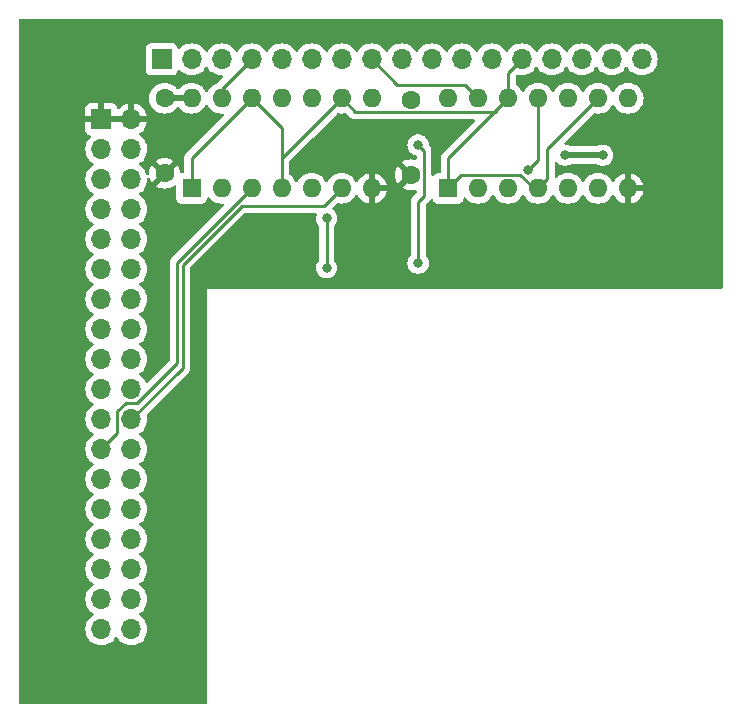
<source format=gbr>
%TF.GenerationSoftware,KiCad,Pcbnew,7.0.9*%
%TF.CreationDate,2024-08-02T01:25:27-05:00*%
%TF.ProjectId,Piggyback MEM0-7,50696767-7962-4616-936b-204d454d302d,rev?*%
%TF.SameCoordinates,Original*%
%TF.FileFunction,Copper,L1,Top*%
%TF.FilePolarity,Positive*%
%FSLAX46Y46*%
G04 Gerber Fmt 4.6, Leading zero omitted, Abs format (unit mm)*
G04 Created by KiCad (PCBNEW 7.0.9) date 2024-08-02 01:25:27*
%MOMM*%
%LPD*%
G01*
G04 APERTURE LIST*
%TA.AperFunction,ComponentPad*%
%ADD10R,1.600000X1.600000*%
%TD*%
%TA.AperFunction,ComponentPad*%
%ADD11O,1.600000X1.600000*%
%TD*%
%TA.AperFunction,ComponentPad*%
%ADD12R,1.700000X1.700000*%
%TD*%
%TA.AperFunction,ComponentPad*%
%ADD13O,1.700000X1.700000*%
%TD*%
%TA.AperFunction,ComponentPad*%
%ADD14C,1.600000*%
%TD*%
%TA.AperFunction,ViaPad*%
%ADD15C,0.800000*%
%TD*%
%TA.AperFunction,Conductor*%
%ADD16C,0.250000*%
%TD*%
%TA.AperFunction,Conductor*%
%ADD17C,0.500000*%
%TD*%
G04 APERTURE END LIST*
D10*
%TO.P,U3,1*%
%TO.N,~{CON INST}*%
X70485000Y-46990000D03*
D11*
%TO.P,U3,2*%
%TO.N,A11*%
X73025000Y-46990000D03*
%TO.P,U3,3*%
%TO.N,~{MEM4}*%
X75565000Y-46990000D03*
%TO.P,U3,4*%
%TO.N,~{CON INST}*%
X78105000Y-46990000D03*
%TO.P,U3,5*%
%TO.N,A10*%
X80645000Y-46990000D03*
%TO.P,U3,6*%
%TO.N,~{MEM5}*%
X83185000Y-46990000D03*
%TO.P,U3,7,GND*%
%TO.N,GND*%
X85725000Y-46990000D03*
%TO.P,U3,8*%
%TO.N,~{MEM6}*%
X85725000Y-39370000D03*
%TO.P,U3,9*%
%TO.N,~{CON INST}*%
X83185000Y-39370000D03*
%TO.P,U3,10*%
%TO.N,A09*%
X80645000Y-39370000D03*
%TO.P,U3,11*%
%TO.N,~{MEM7}*%
X78105000Y-39370000D03*
%TO.P,U3,12*%
%TO.N,~{CON INST}*%
X75565000Y-39370000D03*
%TO.P,U3,13*%
%TO.N,A08*%
X73025000Y-39370000D03*
%TO.P,U3,14,VCC*%
%TO.N,+5V*%
X70485000Y-39370000D03*
%TD*%
D12*
%TO.P,J1,1,Pin_1*%
%TO.N,GND*%
X41119000Y-41144000D03*
D13*
%TO.P,J1,2,Pin_2*%
X43659000Y-41144000D03*
%TO.P,J1,3,Pin_3*%
%TO.N,~{POWER FAIL}*%
X41119000Y-43684000D03*
%TO.P,J1,4,Pin_4*%
%TO.N,MEM OK*%
X43659000Y-43684000D03*
%TO.P,J1,5,Pin_5*%
%TO.N,~{EXEC}*%
X41119000Y-46224000D03*
%TO.P,J1,6,Pin_6*%
%TO.N,~{DEFER}*%
X43659000Y-46224000D03*
%TO.P,J1,7,Pin_7*%
%TO.N,~{FETCH}*%
X41119000Y-48764000D03*
%TO.P,J1,8,Pin_8*%
%TO.N,~{MEM15}*%
X43659000Y-48764000D03*
%TO.P,J1,9,Pin_9*%
%TO.N,~{MEM14}*%
X41119000Y-51304000D03*
%TO.P,J1,10,Pin_10*%
%TO.N,~{MEM13}*%
X43659000Y-51304000D03*
%TO.P,J1,11,Pin_11*%
%TO.N,~{MEM12}*%
X41119000Y-53844000D03*
%TO.P,J1,12,Pin_12*%
%TO.N,~{MEM11}*%
X43659000Y-53844000D03*
%TO.P,J1,13,Pin_13*%
%TO.N,~{MEM10}*%
X41119000Y-56384000D03*
%TO.P,J1,14,Pin_14*%
%TO.N,~{MEM9}*%
X43659000Y-56384000D03*
%TO.P,J1,15,Pin_15*%
%TO.N,~{MEM8}*%
X41119000Y-58924000D03*
%TO.P,J1,16,Pin_16*%
%TO.N,~{MEM7}*%
X43659000Y-58924000D03*
%TO.P,J1,17,Pin_17*%
%TO.N,~{MEM6}*%
X41119000Y-61464000D03*
%TO.P,J1,18,Pin_18*%
%TO.N,~{MEM5}*%
X43659000Y-61464000D03*
%TO.P,J1,19,Pin_19*%
%TO.N,~{MEM4}*%
X41119000Y-64004000D03*
%TO.P,J1,20,Pin_20*%
%TO.N,~{MEM3}*%
X43659000Y-64004000D03*
%TO.P,J1,21,Pin_21*%
%TO.N,~{MEM2}*%
X41119000Y-66544000D03*
%TO.P,J1,22,Pin_22*%
%TO.N,~{MEM1}*%
X43659000Y-66544000D03*
%TO.P,J1,23,Pin_23*%
%TO.N,~{MEM0}*%
X41119000Y-69084000D03*
%TO.P,J1,24,Pin_24*%
%TO.N,~{CARRY}*%
X43659000Y-69084000D03*
%TO.P,J1,25,Pin_25*%
%TO.N,~{ION}*%
X41119000Y-71624000D03*
%TO.P,J1,26,Pin_26*%
%TO.N,~{RUN}*%
X43659000Y-71624000D03*
%TO.P,J1,27,Pin_27*%
%TO.N,~{MBO15}*%
X41119000Y-74164000D03*
%TO.P,J1,28,Pin_28*%
%TO.N,~{MBO14}*%
X43659000Y-74164000D03*
%TO.P,J1,29,Pin_29*%
%TO.N,~{MBO13}*%
X41119000Y-76704000D03*
%TO.P,J1,30,Pin_30*%
%TO.N,~{MBO12}*%
X43659000Y-76704000D03*
%TO.P,J1,31,Pin_31*%
%TO.N,~{MBO11}*%
X41119000Y-79244000D03*
%TO.P,J1,32,Pin_32*%
%TO.N,~{MBO10}*%
X43659000Y-79244000D03*
%TO.P,J1,33,Pin_33*%
%TO.N,~{MBO9}*%
X41119000Y-81784000D03*
%TO.P,J1,34,Pin_34*%
%TO.N,~{MBO8}*%
X43659000Y-81784000D03*
%TO.P,J1,35,Pin_35*%
%TO.N,+5V*%
X41119000Y-84324000D03*
%TO.P,J1,36,Pin_36*%
X43659000Y-84324000D03*
%TD*%
D14*
%TO.P,C1,1*%
%TO.N,+5V*%
X67310000Y-39497000D03*
%TO.P,C1,2*%
%TO.N,GND*%
X67310000Y-45847000D03*
%TD*%
D12*
%TO.P,J3,1,Pin_1*%
%TO.N,A15*%
X46228000Y-36068000D03*
D13*
%TO.P,J3,2,Pin_2*%
%TO.N,A14*%
X48768000Y-36068000D03*
%TO.P,J3,3,Pin_3*%
%TO.N,A13*%
X51308000Y-36068000D03*
%TO.P,J3,4,Pin_4*%
%TO.N,A12*%
X53848000Y-36068000D03*
%TO.P,J3,5,Pin_5*%
%TO.N,A11*%
X56388000Y-36068000D03*
%TO.P,J3,6,Pin_6*%
%TO.N,A10*%
X58928000Y-36068000D03*
%TO.P,J3,7,Pin_7*%
%TO.N,A09*%
X61468000Y-36068000D03*
%TO.P,J3,8,Pin_8*%
%TO.N,A08*%
X64008000Y-36068000D03*
%TO.P,J3,9,Pin_9*%
%TO.N,unconnected-(J3-Pin_9-Pad9)*%
X66548000Y-36068000D03*
%TO.P,J3,10,Pin_10*%
%TO.N,RESTART ENABLE*%
X69088000Y-36068000D03*
%TO.P,J3,11,Pin_11*%
%TO.N,~{RST}*%
X71628000Y-36068000D03*
%TO.P,J3,12,Pin_12*%
%TO.N,~{CON RQ}*%
X74168000Y-36068000D03*
%TO.P,J3,13,Pin_13*%
%TO.N,~{CON INST}*%
X76708000Y-36068000D03*
%TO.P,J3,14,Pin_14*%
%TO.N,~{PL}*%
X79248000Y-36068000D03*
%TO.P,J3,15,Pin_15*%
%TO.N,~{ISTP}*%
X81788000Y-36068000D03*
%TO.P,J3,16,Pin_16*%
%TO.N,A01*%
X84328000Y-36068000D03*
%TO.P,J3,17,Pin_17*%
%TO.N,A00*%
X86868000Y-36068000D03*
%TD*%
D14*
%TO.P,C2,1*%
%TO.N,+5V*%
X46482000Y-39370000D03*
%TO.P,C2,2*%
%TO.N,GND*%
X46482000Y-45720000D03*
%TD*%
D10*
%TO.P,U2,1*%
%TO.N,~{CON INST}*%
X48768000Y-46990000D03*
D11*
%TO.P,U2,2*%
%TO.N,A15*%
X51308000Y-46990000D03*
%TO.P,U2,3*%
%TO.N,~{MEM0}*%
X53848000Y-46990000D03*
%TO.P,U2,4*%
%TO.N,~{CON INST}*%
X56388000Y-46990000D03*
%TO.P,U2,5*%
%TO.N,A14*%
X58928000Y-46990000D03*
%TO.P,U2,6*%
%TO.N,~{MEM1}*%
X61468000Y-46990000D03*
%TO.P,U2,7,GND*%
%TO.N,GND*%
X64008000Y-46990000D03*
%TO.P,U2,8*%
%TO.N,~{MEM2}*%
X64008000Y-39370000D03*
%TO.P,U2,9*%
%TO.N,~{CON INST}*%
X61468000Y-39370000D03*
%TO.P,U2,10*%
%TO.N,A13*%
X58928000Y-39370000D03*
%TO.P,U2,11*%
%TO.N,~{MEM3}*%
X56388000Y-39370000D03*
%TO.P,U2,12*%
%TO.N,~{CON INST}*%
X53848000Y-39370000D03*
%TO.P,U2,13*%
%TO.N,A12*%
X51308000Y-39370000D03*
%TO.P,U2,14,VCC*%
%TO.N,+5V*%
X48768000Y-39370000D03*
%TD*%
D15*
%TO.N,~{MEM7}*%
X77216000Y-45466000D03*
%TO.N,~{MEM3}*%
X60198000Y-49530000D03*
X60198000Y-53721000D03*
%TO.N,~{MEM2}*%
X67945000Y-43307000D03*
X67945000Y-53340000D03*
%TO.N,+5V*%
X80391000Y-44196000D03*
X83566000Y-44196000D03*
%TD*%
D16*
%TO.N,~{MEM7}*%
X78105000Y-44577000D02*
X77216000Y-45466000D01*
X78105000Y-39370000D02*
X78105000Y-44577000D01*
%TO.N,~{MEM3}*%
X60198000Y-53721000D02*
X60198000Y-53848000D01*
X60198000Y-52959000D02*
X60198000Y-53721000D01*
X60198000Y-49530000D02*
X60198000Y-53086000D01*
%TO.N,~{MEM2}*%
X67945000Y-53340000D02*
X67945000Y-48133000D01*
X68435000Y-43797000D02*
X67945000Y-43307000D01*
X67945000Y-48133000D02*
X68435000Y-47643000D01*
X68435000Y-47643000D02*
X68435000Y-43797000D01*
%TO.N,~{MEM1}*%
X48006000Y-62197000D02*
X48006000Y-53468396D01*
X53023198Y-48451198D02*
X60006802Y-48451198D01*
X43659000Y-66544000D02*
X48006000Y-62197000D01*
X60006802Y-48451198D02*
X61468000Y-46990000D01*
X48006000Y-53468396D02*
X53023198Y-48451198D01*
%TO.N,~{MEM0}*%
X42484000Y-67719000D02*
X42484000Y-65867299D01*
X41119000Y-69084000D02*
X42484000Y-67719000D01*
X47556000Y-61791000D02*
X47556000Y-53282000D01*
X42484000Y-65867299D02*
X43172299Y-65179000D01*
X43172299Y-65179000D02*
X44168000Y-65179000D01*
X47556000Y-53282000D02*
X53848000Y-46990000D01*
X44168000Y-65179000D02*
X47556000Y-61791000D01*
D17*
%TO.N,+5V*%
X48768000Y-39370000D02*
X46482000Y-39370000D01*
X80391000Y-44196000D02*
X83566000Y-44196000D01*
D16*
%TO.N,A12*%
X51308000Y-38608000D02*
X51308000Y-39370000D01*
X53848000Y-36068000D02*
X51308000Y-38608000D01*
%TO.N,A08*%
X71900000Y-38245000D02*
X73025000Y-39370000D01*
X64008000Y-36068000D02*
X66185000Y-38245000D01*
X66185000Y-38245000D02*
X71900000Y-38245000D01*
%TO.N,~{CON INST}*%
X48768000Y-46990000D02*
X48768000Y-44450000D01*
X78867000Y-46228000D02*
X78105000Y-46990000D01*
X61468000Y-39370000D02*
X62593000Y-40495000D01*
X48768000Y-44450000D02*
X53848000Y-39370000D01*
X70485000Y-46990000D02*
X71610000Y-45865000D01*
X56388000Y-46990000D02*
X56388000Y-41910000D01*
X83185000Y-39370000D02*
X78867000Y-43688000D01*
X71610000Y-45865000D02*
X76589695Y-45865000D01*
X70485000Y-44450000D02*
X75565000Y-39370000D01*
X74440000Y-40495000D02*
X75565000Y-39370000D01*
X75565000Y-37211000D02*
X76708000Y-36068000D01*
X76589695Y-45865000D02*
X77714695Y-46990000D01*
X56388000Y-46990000D02*
X56388000Y-44450000D01*
X56388000Y-44450000D02*
X61468000Y-39370000D01*
X75565000Y-39370000D02*
X75565000Y-37211000D01*
X62593000Y-40495000D02*
X74440000Y-40495000D01*
X77714695Y-46990000D02*
X78105000Y-46990000D01*
X78867000Y-43688000D02*
X78867000Y-46228000D01*
X56388000Y-41910000D02*
X53848000Y-39370000D01*
X70485000Y-46990000D02*
X70485000Y-44450000D01*
%TD*%
%TA.AperFunction,Conductor*%
%TO.N,GND*%
G36*
X46096835Y-45845148D02*
G01*
X46154359Y-45958045D01*
X46243955Y-46047641D01*
X46356852Y-46105165D01*
X46437599Y-46117953D01*
X45756526Y-46799025D01*
X45756526Y-46799026D01*
X45829512Y-46850131D01*
X45829516Y-46850133D01*
X46035673Y-46946265D01*
X46035682Y-46946269D01*
X46255389Y-47005139D01*
X46255400Y-47005141D01*
X46481998Y-47024966D01*
X46482002Y-47024966D01*
X46708599Y-47005141D01*
X46708610Y-47005139D01*
X46928317Y-46946269D01*
X46928326Y-46946265D01*
X47134483Y-46850133D01*
X47134489Y-46850130D01*
X47272376Y-46753579D01*
X47338582Y-46731251D01*
X47406349Y-46748261D01*
X47454162Y-46799208D01*
X47467500Y-46855153D01*
X47467500Y-47837870D01*
X47467501Y-47837876D01*
X47473908Y-47897483D01*
X47524202Y-48032328D01*
X47524206Y-48032335D01*
X47610452Y-48147544D01*
X47610455Y-48147547D01*
X47725664Y-48233793D01*
X47725671Y-48233797D01*
X47860517Y-48284091D01*
X47860516Y-48284091D01*
X47867444Y-48284835D01*
X47920127Y-48290500D01*
X49615872Y-48290499D01*
X49675483Y-48284091D01*
X49810331Y-48233796D01*
X49925546Y-48147546D01*
X50011796Y-48032331D01*
X50062091Y-47897483D01*
X50065862Y-47862401D01*
X50092599Y-47797855D01*
X50149990Y-47758006D01*
X50219816Y-47755511D01*
X50279905Y-47791163D01*
X50290726Y-47804536D01*
X50307956Y-47829143D01*
X50468858Y-47990045D01*
X50487541Y-48003127D01*
X50655266Y-48120568D01*
X50861504Y-48216739D01*
X51081308Y-48275635D01*
X51238780Y-48289412D01*
X51307998Y-48295468D01*
X51307999Y-48295468D01*
X51307999Y-48295467D01*
X51308000Y-48295468D01*
X51352102Y-48291609D01*
X51420600Y-48305375D01*
X51470784Y-48353989D01*
X51486718Y-48422018D01*
X51463344Y-48487862D01*
X51450590Y-48502818D01*
X47172208Y-52781199D01*
X47159951Y-52791020D01*
X47160134Y-52791241D01*
X47154123Y-52796213D01*
X47106772Y-52846636D01*
X47085889Y-52867519D01*
X47085877Y-52867532D01*
X47081621Y-52873017D01*
X47077837Y-52877447D01*
X47045937Y-52911418D01*
X47045936Y-52911420D01*
X47036284Y-52928976D01*
X47025610Y-52945226D01*
X47013329Y-52961061D01*
X47013324Y-52961068D01*
X46994815Y-53003838D01*
X46992245Y-53009084D01*
X46969803Y-53049906D01*
X46964822Y-53069307D01*
X46958521Y-53087710D01*
X46950562Y-53106102D01*
X46950561Y-53106105D01*
X46943271Y-53152127D01*
X46942087Y-53157846D01*
X46930501Y-53202972D01*
X46930500Y-53202982D01*
X46930500Y-53223016D01*
X46928973Y-53242415D01*
X46925840Y-53262194D01*
X46925840Y-53262195D01*
X46930225Y-53308583D01*
X46930500Y-53314421D01*
X46930500Y-61480546D01*
X46910815Y-61547585D01*
X46894181Y-61568227D01*
X45054679Y-63407728D01*
X44993356Y-63441213D01*
X44923664Y-63436229D01*
X44867731Y-63394357D01*
X44854616Y-63372452D01*
X44838296Y-63337454D01*
X44833035Y-63326171D01*
X44833033Y-63326168D01*
X44833032Y-63326166D01*
X44697494Y-63132597D01*
X44530402Y-62965506D01*
X44530396Y-62965501D01*
X44344842Y-62835575D01*
X44301217Y-62780998D01*
X44294023Y-62711500D01*
X44325546Y-62649145D01*
X44344842Y-62632425D01*
X44388939Y-62601548D01*
X44530401Y-62502495D01*
X44697495Y-62335401D01*
X44833035Y-62141830D01*
X44932903Y-61927663D01*
X44994063Y-61699408D01*
X45014659Y-61464000D01*
X44994063Y-61228592D01*
X44932903Y-61000337D01*
X44833035Y-60786171D01*
X44827425Y-60778158D01*
X44697494Y-60592597D01*
X44530402Y-60425506D01*
X44530396Y-60425501D01*
X44344842Y-60295575D01*
X44301217Y-60240998D01*
X44294023Y-60171500D01*
X44325546Y-60109145D01*
X44344842Y-60092425D01*
X44367026Y-60076891D01*
X44530401Y-59962495D01*
X44697495Y-59795401D01*
X44833035Y-59601830D01*
X44932903Y-59387663D01*
X44994063Y-59159408D01*
X45014659Y-58924000D01*
X44994063Y-58688592D01*
X44932903Y-58460337D01*
X44833035Y-58246171D01*
X44827425Y-58238158D01*
X44697494Y-58052597D01*
X44530402Y-57885506D01*
X44530396Y-57885501D01*
X44344842Y-57755575D01*
X44301217Y-57700998D01*
X44294023Y-57631500D01*
X44325546Y-57569145D01*
X44344842Y-57552425D01*
X44367026Y-57536891D01*
X44530401Y-57422495D01*
X44697495Y-57255401D01*
X44833035Y-57061830D01*
X44932903Y-56847663D01*
X44994063Y-56619408D01*
X45014659Y-56384000D01*
X44994063Y-56148592D01*
X44932903Y-55920337D01*
X44833035Y-55706171D01*
X44827425Y-55698158D01*
X44697494Y-55512597D01*
X44530402Y-55345506D01*
X44530396Y-55345501D01*
X44344842Y-55215575D01*
X44301217Y-55160998D01*
X44294023Y-55091500D01*
X44325546Y-55029145D01*
X44344842Y-55012425D01*
X44367026Y-54996891D01*
X44530401Y-54882495D01*
X44697495Y-54715401D01*
X44833035Y-54521830D01*
X44932903Y-54307663D01*
X44994063Y-54079408D01*
X45014659Y-53844000D01*
X44994063Y-53608592D01*
X44932903Y-53380337D01*
X44833035Y-53166171D01*
X44827425Y-53158158D01*
X44697494Y-52972597D01*
X44530402Y-52805506D01*
X44530396Y-52805501D01*
X44344842Y-52675575D01*
X44301217Y-52620998D01*
X44294023Y-52551500D01*
X44325546Y-52489145D01*
X44344842Y-52472425D01*
X44367026Y-52456891D01*
X44530401Y-52342495D01*
X44697495Y-52175401D01*
X44833035Y-51981830D01*
X44932903Y-51767663D01*
X44994063Y-51539408D01*
X45014659Y-51304000D01*
X44994063Y-51068592D01*
X44932903Y-50840337D01*
X44833035Y-50626171D01*
X44827425Y-50618158D01*
X44697494Y-50432597D01*
X44530402Y-50265506D01*
X44530396Y-50265501D01*
X44344842Y-50135575D01*
X44301217Y-50080998D01*
X44294023Y-50011500D01*
X44325546Y-49949145D01*
X44344842Y-49932425D01*
X44393610Y-49898277D01*
X44530401Y-49802495D01*
X44697495Y-49635401D01*
X44833035Y-49441830D01*
X44932903Y-49227663D01*
X44994063Y-48999408D01*
X45014659Y-48764000D01*
X44994063Y-48528592D01*
X44932903Y-48300337D01*
X44833035Y-48086171D01*
X44827558Y-48078348D01*
X44697494Y-47892597D01*
X44530402Y-47725506D01*
X44530396Y-47725501D01*
X44344842Y-47595575D01*
X44301217Y-47540998D01*
X44294023Y-47471500D01*
X44325546Y-47409145D01*
X44344842Y-47392425D01*
X44451644Y-47317641D01*
X44530401Y-47262495D01*
X44697495Y-47095401D01*
X44833035Y-46901830D01*
X44932903Y-46687663D01*
X44994063Y-46459408D01*
X45014659Y-46224000D01*
X45013820Y-46214418D01*
X45027584Y-46145921D01*
X45076197Y-46095736D01*
X45144225Y-46079800D01*
X45210070Y-46103172D01*
X45252826Y-46158432D01*
X45253777Y-46161267D01*
X45253879Y-46161231D01*
X45255734Y-46166326D01*
X45351865Y-46372481D01*
X45351866Y-46372483D01*
X45402973Y-46445471D01*
X45402974Y-46445472D01*
X46084046Y-45764399D01*
X46096835Y-45845148D01*
G37*
%TD.AperFunction*%
%TA.AperFunction,Conductor*%
G36*
X43199507Y-40934156D02*
G01*
X43159000Y-41072111D01*
X43159000Y-41215889D01*
X43199507Y-41353844D01*
X43225314Y-41394000D01*
X41552686Y-41394000D01*
X41578493Y-41353844D01*
X41619000Y-41215889D01*
X41619000Y-41072111D01*
X41578493Y-40934156D01*
X41552686Y-40894000D01*
X43225314Y-40894000D01*
X43199507Y-40934156D01*
G37*
%TD.AperFunction*%
%TA.AperFunction,Conductor*%
G36*
X93668539Y-32659185D02*
G01*
X93714294Y-32711989D01*
X93725500Y-32763500D01*
X93725500Y-55374500D01*
X93705815Y-55441539D01*
X93653011Y-55487294D01*
X93601500Y-55498500D01*
X50062760Y-55498500D01*
X50062554Y-55498459D01*
X50038000Y-55498459D01*
X50037901Y-55498500D01*
X50037617Y-55498616D01*
X50037615Y-55498618D01*
X50037459Y-55498999D01*
X50037476Y-55523616D01*
X50037471Y-55523616D01*
X50037500Y-55523759D01*
X50037500Y-90553500D01*
X50017815Y-90620539D01*
X49965011Y-90666294D01*
X49913500Y-90677500D01*
X34287500Y-90677500D01*
X34220461Y-90657815D01*
X34174706Y-90605011D01*
X34163500Y-90553500D01*
X34163500Y-84324000D01*
X39763341Y-84324000D01*
X39783936Y-84559403D01*
X39783938Y-84559413D01*
X39845094Y-84787655D01*
X39845096Y-84787659D01*
X39845097Y-84787663D01*
X39849000Y-84796032D01*
X39944965Y-85001830D01*
X39944967Y-85001834D01*
X40053281Y-85156521D01*
X40080505Y-85195401D01*
X40247599Y-85362495D01*
X40344384Y-85430265D01*
X40441165Y-85498032D01*
X40441167Y-85498033D01*
X40441170Y-85498035D01*
X40655337Y-85597903D01*
X40883592Y-85659063D01*
X41071918Y-85675539D01*
X41118999Y-85679659D01*
X41119000Y-85679659D01*
X41119001Y-85679659D01*
X41158234Y-85676226D01*
X41354408Y-85659063D01*
X41582663Y-85597903D01*
X41796830Y-85498035D01*
X41990401Y-85362495D01*
X42157495Y-85195401D01*
X42287425Y-85009842D01*
X42342002Y-84966217D01*
X42411500Y-84959023D01*
X42473855Y-84990546D01*
X42490575Y-85009842D01*
X42620500Y-85195395D01*
X42620505Y-85195401D01*
X42787599Y-85362495D01*
X42884384Y-85430265D01*
X42981165Y-85498032D01*
X42981167Y-85498033D01*
X42981170Y-85498035D01*
X43195337Y-85597903D01*
X43423592Y-85659063D01*
X43611918Y-85675539D01*
X43658999Y-85679659D01*
X43659000Y-85679659D01*
X43659001Y-85679659D01*
X43698234Y-85676226D01*
X43894408Y-85659063D01*
X44122663Y-85597903D01*
X44336830Y-85498035D01*
X44530401Y-85362495D01*
X44697495Y-85195401D01*
X44833035Y-85001830D01*
X44932903Y-84787663D01*
X44994063Y-84559408D01*
X45014659Y-84324000D01*
X44994063Y-84088592D01*
X44932903Y-83860337D01*
X44833035Y-83646171D01*
X44827425Y-83638158D01*
X44697494Y-83452597D01*
X44530402Y-83285506D01*
X44530396Y-83285501D01*
X44344842Y-83155575D01*
X44301217Y-83100998D01*
X44294023Y-83031500D01*
X44325546Y-82969145D01*
X44344842Y-82952425D01*
X44367026Y-82936891D01*
X44530401Y-82822495D01*
X44697495Y-82655401D01*
X44833035Y-82461830D01*
X44932903Y-82247663D01*
X44994063Y-82019408D01*
X45014659Y-81784000D01*
X44994063Y-81548592D01*
X44932903Y-81320337D01*
X44833035Y-81106171D01*
X44827425Y-81098158D01*
X44697494Y-80912597D01*
X44530402Y-80745506D01*
X44530396Y-80745501D01*
X44344842Y-80615575D01*
X44301217Y-80560998D01*
X44294023Y-80491500D01*
X44325546Y-80429145D01*
X44344842Y-80412425D01*
X44367026Y-80396891D01*
X44530401Y-80282495D01*
X44697495Y-80115401D01*
X44833035Y-79921830D01*
X44932903Y-79707663D01*
X44994063Y-79479408D01*
X45014659Y-79244000D01*
X44994063Y-79008592D01*
X44932903Y-78780337D01*
X44833035Y-78566171D01*
X44827425Y-78558158D01*
X44697494Y-78372597D01*
X44530402Y-78205506D01*
X44530396Y-78205501D01*
X44344842Y-78075575D01*
X44301217Y-78020998D01*
X44294023Y-77951500D01*
X44325546Y-77889145D01*
X44344842Y-77872425D01*
X44367026Y-77856891D01*
X44530401Y-77742495D01*
X44697495Y-77575401D01*
X44833035Y-77381830D01*
X44932903Y-77167663D01*
X44994063Y-76939408D01*
X45014659Y-76704000D01*
X44994063Y-76468592D01*
X44932903Y-76240337D01*
X44833035Y-76026171D01*
X44827425Y-76018158D01*
X44697494Y-75832597D01*
X44530402Y-75665506D01*
X44530396Y-75665501D01*
X44344842Y-75535575D01*
X44301217Y-75480998D01*
X44294023Y-75411500D01*
X44325546Y-75349145D01*
X44344842Y-75332425D01*
X44367026Y-75316891D01*
X44530401Y-75202495D01*
X44697495Y-75035401D01*
X44833035Y-74841830D01*
X44932903Y-74627663D01*
X44994063Y-74399408D01*
X45014659Y-74164000D01*
X44994063Y-73928592D01*
X44932903Y-73700337D01*
X44833035Y-73486171D01*
X44827425Y-73478158D01*
X44697494Y-73292597D01*
X44530402Y-73125506D01*
X44530396Y-73125501D01*
X44344842Y-72995575D01*
X44301217Y-72940998D01*
X44294023Y-72871500D01*
X44325546Y-72809145D01*
X44344842Y-72792425D01*
X44367026Y-72776891D01*
X44530401Y-72662495D01*
X44697495Y-72495401D01*
X44833035Y-72301830D01*
X44932903Y-72087663D01*
X44994063Y-71859408D01*
X45014659Y-71624000D01*
X44994063Y-71388592D01*
X44932903Y-71160337D01*
X44833035Y-70946171D01*
X44827425Y-70938158D01*
X44697494Y-70752597D01*
X44530402Y-70585506D01*
X44530396Y-70585501D01*
X44344842Y-70455575D01*
X44301217Y-70400998D01*
X44294023Y-70331500D01*
X44325546Y-70269145D01*
X44344842Y-70252425D01*
X44367026Y-70236891D01*
X44530401Y-70122495D01*
X44697495Y-69955401D01*
X44833035Y-69761830D01*
X44932903Y-69547663D01*
X44994063Y-69319408D01*
X45014659Y-69084000D01*
X44994063Y-68848592D01*
X44932903Y-68620337D01*
X44833035Y-68406171D01*
X44697495Y-68212599D01*
X44697494Y-68212597D01*
X44530402Y-68045506D01*
X44530396Y-68045501D01*
X44344842Y-67915575D01*
X44301217Y-67860998D01*
X44294023Y-67791500D01*
X44325546Y-67729145D01*
X44344842Y-67712425D01*
X44367026Y-67696891D01*
X44530401Y-67582495D01*
X44697495Y-67415401D01*
X44833035Y-67221830D01*
X44932903Y-67007663D01*
X44994063Y-66779408D01*
X45014659Y-66544000D01*
X44994063Y-66308592D01*
X44967143Y-66208125D01*
X44968806Y-66138276D01*
X44999235Y-66088353D01*
X48389788Y-62697801D01*
X48402042Y-62687986D01*
X48401859Y-62687764D01*
X48407866Y-62682792D01*
X48407877Y-62682786D01*
X48449901Y-62638035D01*
X48455227Y-62632364D01*
X48465671Y-62621918D01*
X48476120Y-62611471D01*
X48480379Y-62605978D01*
X48484152Y-62601561D01*
X48516062Y-62567582D01*
X48525713Y-62550024D01*
X48536396Y-62533761D01*
X48548673Y-62517936D01*
X48567185Y-62475153D01*
X48569738Y-62469941D01*
X48592197Y-62429092D01*
X48597180Y-62409680D01*
X48603481Y-62391280D01*
X48611437Y-62372896D01*
X48618729Y-62326852D01*
X48619906Y-62321171D01*
X48631500Y-62276019D01*
X48631500Y-62255983D01*
X48633027Y-62236582D01*
X48636160Y-62216804D01*
X48631775Y-62170415D01*
X48631500Y-62164577D01*
X48631500Y-53778848D01*
X48651185Y-53711809D01*
X48667819Y-53691167D01*
X53245970Y-49113017D01*
X53307293Y-49079532D01*
X53333651Y-49076698D01*
X59227773Y-49076698D01*
X59294812Y-49096383D01*
X59340567Y-49149187D01*
X59350511Y-49218345D01*
X59345704Y-49239016D01*
X59312327Y-49341740D01*
X59312326Y-49341744D01*
X59292540Y-49530000D01*
X59312326Y-49718256D01*
X59312327Y-49718259D01*
X59370818Y-49898277D01*
X59370821Y-49898284D01*
X59465467Y-50062216D01*
X59482379Y-50080998D01*
X59540650Y-50145715D01*
X59570880Y-50208706D01*
X59572500Y-50228687D01*
X59572500Y-53022312D01*
X59552815Y-53089351D01*
X59540650Y-53105284D01*
X59465466Y-53188784D01*
X59370821Y-53352715D01*
X59370818Y-53352722D01*
X59313784Y-53528256D01*
X59312326Y-53532744D01*
X59292540Y-53721000D01*
X59312326Y-53909256D01*
X59312327Y-53909259D01*
X59370818Y-54089277D01*
X59370821Y-54089284D01*
X59465467Y-54253216D01*
X59522027Y-54316032D01*
X59592129Y-54393888D01*
X59745265Y-54505148D01*
X59745270Y-54505151D01*
X59918192Y-54582142D01*
X59918197Y-54582144D01*
X60103354Y-54621500D01*
X60103355Y-54621500D01*
X60292644Y-54621500D01*
X60292646Y-54621500D01*
X60477803Y-54582144D01*
X60650730Y-54505151D01*
X60803871Y-54393888D01*
X60930533Y-54253216D01*
X61025179Y-54089284D01*
X61083674Y-53909256D01*
X61103460Y-53721000D01*
X61083674Y-53532744D01*
X61025179Y-53352716D01*
X60930533Y-53188784D01*
X60855350Y-53105284D01*
X60825120Y-53042292D01*
X60823500Y-53022312D01*
X60823500Y-50228687D01*
X60843185Y-50161648D01*
X60855350Y-50145715D01*
X60873891Y-50125122D01*
X60930533Y-50062216D01*
X61025179Y-49898284D01*
X61083674Y-49718256D01*
X61103460Y-49530000D01*
X61083674Y-49341744D01*
X61025179Y-49161716D01*
X60930533Y-48997784D01*
X60803871Y-48857112D01*
X60736917Y-48808467D01*
X60694251Y-48753137D01*
X60688272Y-48683524D01*
X60720878Y-48621729D01*
X60722121Y-48620468D01*
X60854727Y-48487862D01*
X61053178Y-48289410D01*
X61114500Y-48255927D01*
X61172947Y-48257317D01*
X61241308Y-48275635D01*
X61398780Y-48289412D01*
X61467998Y-48295468D01*
X61468000Y-48295468D01*
X61468002Y-48295468D01*
X61537220Y-48289412D01*
X61694692Y-48275635D01*
X61914496Y-48216739D01*
X62120734Y-48120568D01*
X62307139Y-47990047D01*
X62468047Y-47829139D01*
X62598568Y-47642734D01*
X62625895Y-47584129D01*
X62672064Y-47531695D01*
X62739257Y-47512542D01*
X62806139Y-47532757D01*
X62850657Y-47584133D01*
X62877865Y-47642482D01*
X63008342Y-47828820D01*
X63169179Y-47989657D01*
X63355517Y-48120134D01*
X63561673Y-48216265D01*
X63561682Y-48216269D01*
X63757999Y-48268872D01*
X63758000Y-48268871D01*
X63758000Y-47305686D01*
X63769955Y-47317641D01*
X63882852Y-47375165D01*
X63976519Y-47390000D01*
X64039481Y-47390000D01*
X64133148Y-47375165D01*
X64246045Y-47317641D01*
X64258000Y-47305686D01*
X64258000Y-48268872D01*
X64454317Y-48216269D01*
X64454326Y-48216265D01*
X64660482Y-48120134D01*
X64846820Y-47989657D01*
X65007657Y-47828820D01*
X65138134Y-47642482D01*
X65234265Y-47436326D01*
X65234269Y-47436317D01*
X65286872Y-47240000D01*
X64323686Y-47240000D01*
X64335641Y-47228045D01*
X64393165Y-47115148D01*
X64412986Y-46990000D01*
X64393165Y-46864852D01*
X64335641Y-46751955D01*
X64323686Y-46740000D01*
X65286872Y-46740000D01*
X65286872Y-46739999D01*
X65234269Y-46543682D01*
X65234265Y-46543673D01*
X65138134Y-46337517D01*
X65007657Y-46151179D01*
X64846820Y-45990342D01*
X64660482Y-45859865D01*
X64454328Y-45763734D01*
X64258000Y-45711127D01*
X64258000Y-46674314D01*
X64246045Y-46662359D01*
X64133148Y-46604835D01*
X64039481Y-46590000D01*
X63976519Y-46590000D01*
X63882852Y-46604835D01*
X63769955Y-46662359D01*
X63758000Y-46674314D01*
X63758000Y-45711127D01*
X63561671Y-45763734D01*
X63355517Y-45859865D01*
X63169179Y-45990342D01*
X63008342Y-46151179D01*
X62877867Y-46337515D01*
X62850657Y-46395867D01*
X62804484Y-46448306D01*
X62737290Y-46467457D01*
X62670409Y-46447241D01*
X62625893Y-46395865D01*
X62598570Y-46337271D01*
X62598567Y-46337265D01*
X62535926Y-46247804D01*
X62468047Y-46150861D01*
X62468045Y-46150858D01*
X62307141Y-45989954D01*
X62120734Y-45859432D01*
X62120732Y-45859431D01*
X61914497Y-45763261D01*
X61914488Y-45763258D01*
X61694697Y-45704366D01*
X61694693Y-45704365D01*
X61694692Y-45704365D01*
X61694691Y-45704364D01*
X61694686Y-45704364D01*
X61468002Y-45684532D01*
X61467998Y-45684532D01*
X61241313Y-45704364D01*
X61241302Y-45704366D01*
X61021511Y-45763258D01*
X61021502Y-45763261D01*
X60815267Y-45859431D01*
X60815265Y-45859432D01*
X60628858Y-45989954D01*
X60467954Y-46150858D01*
X60337432Y-46337265D01*
X60337431Y-46337267D01*
X60310382Y-46395275D01*
X60264209Y-46447714D01*
X60197016Y-46466866D01*
X60130135Y-46446650D01*
X60085618Y-46395275D01*
X60058568Y-46337267D01*
X60058567Y-46337265D01*
X59995926Y-46247804D01*
X59928047Y-46150861D01*
X59928045Y-46150858D01*
X59767141Y-45989954D01*
X59580734Y-45859432D01*
X59580732Y-45859431D01*
X59374497Y-45763261D01*
X59374488Y-45763258D01*
X59154697Y-45704366D01*
X59154693Y-45704365D01*
X59154692Y-45704365D01*
X59154691Y-45704364D01*
X59154686Y-45704364D01*
X58928002Y-45684532D01*
X58927998Y-45684532D01*
X58701313Y-45704364D01*
X58701302Y-45704366D01*
X58481511Y-45763258D01*
X58481502Y-45763261D01*
X58275267Y-45859431D01*
X58275265Y-45859432D01*
X58088858Y-45989954D01*
X57927954Y-46150858D01*
X57797432Y-46337265D01*
X57797431Y-46337267D01*
X57770382Y-46395275D01*
X57724209Y-46447714D01*
X57657016Y-46466866D01*
X57590135Y-46446650D01*
X57545618Y-46395275D01*
X57518568Y-46337267D01*
X57518567Y-46337265D01*
X57455926Y-46247804D01*
X57388047Y-46150861D01*
X57388045Y-46150858D01*
X57227140Y-45989953D01*
X57066377Y-45877386D01*
X57022752Y-45822809D01*
X57013500Y-45775811D01*
X57013500Y-44760452D01*
X57033185Y-44693413D01*
X57049819Y-44672771D01*
X59032306Y-42690284D01*
X61053179Y-40669410D01*
X61114500Y-40635927D01*
X61172947Y-40637317D01*
X61241308Y-40655635D01*
X61398780Y-40669412D01*
X61467998Y-40675468D01*
X61468000Y-40675468D01*
X61468002Y-40675468D01*
X61524673Y-40670509D01*
X61694692Y-40655635D01*
X61763048Y-40637319D01*
X61832897Y-40638982D01*
X61882822Y-40669413D01*
X62092197Y-40878788D01*
X62102022Y-40891051D01*
X62102243Y-40890869D01*
X62107214Y-40896878D01*
X62125840Y-40914368D01*
X62157635Y-40944226D01*
X62178529Y-40965120D01*
X62184011Y-40969373D01*
X62188443Y-40973157D01*
X62222418Y-41005062D01*
X62239976Y-41014714D01*
X62256235Y-41025395D01*
X62272064Y-41037673D01*
X62314838Y-41056182D01*
X62320056Y-41058738D01*
X62360908Y-41081197D01*
X62380316Y-41086180D01*
X62398717Y-41092480D01*
X62417104Y-41100437D01*
X62460488Y-41107308D01*
X62463119Y-41107725D01*
X62468839Y-41108909D01*
X62513981Y-41120500D01*
X62534016Y-41120500D01*
X62553414Y-41122026D01*
X62573194Y-41125159D01*
X62573195Y-41125160D01*
X62573195Y-41125159D01*
X62573196Y-41125160D01*
X62619584Y-41120775D01*
X62625422Y-41120500D01*
X72630548Y-41120500D01*
X72697587Y-41140185D01*
X72743342Y-41192989D01*
X72753286Y-41262147D01*
X72724261Y-41325703D01*
X72718229Y-41332181D01*
X70101208Y-43949199D01*
X70088951Y-43959020D01*
X70089134Y-43959241D01*
X70083123Y-43964213D01*
X70035772Y-44014636D01*
X70014889Y-44035519D01*
X70014877Y-44035532D01*
X70010621Y-44041017D01*
X70006837Y-44045447D01*
X69974937Y-44079418D01*
X69974936Y-44079420D01*
X69965284Y-44096976D01*
X69954610Y-44113226D01*
X69942329Y-44129061D01*
X69942324Y-44129068D01*
X69923815Y-44171838D01*
X69921245Y-44177084D01*
X69898803Y-44217906D01*
X69893822Y-44237307D01*
X69887521Y-44255710D01*
X69879562Y-44274102D01*
X69879561Y-44274105D01*
X69872271Y-44320127D01*
X69871087Y-44325846D01*
X69859501Y-44370972D01*
X69859500Y-44370982D01*
X69859500Y-44391016D01*
X69857973Y-44410415D01*
X69854840Y-44430194D01*
X69854840Y-44430195D01*
X69859225Y-44476583D01*
X69859500Y-44482421D01*
X69859500Y-45565500D01*
X69839815Y-45632539D01*
X69787011Y-45678294D01*
X69735501Y-45689500D01*
X69637130Y-45689500D01*
X69637123Y-45689501D01*
X69577516Y-45695908D01*
X69442671Y-45746202D01*
X69442664Y-45746206D01*
X69327455Y-45832452D01*
X69283766Y-45890813D01*
X69227832Y-45932683D01*
X69158140Y-45937667D01*
X69096817Y-45904181D01*
X69063333Y-45842857D01*
X69060500Y-45816501D01*
X69060500Y-43879742D01*
X69062224Y-43864122D01*
X69061939Y-43864095D01*
X69062673Y-43856333D01*
X69060500Y-43787172D01*
X69060500Y-43757656D01*
X69060500Y-43757650D01*
X69059631Y-43750779D01*
X69059173Y-43744952D01*
X69057710Y-43698373D01*
X69052119Y-43679130D01*
X69048173Y-43660078D01*
X69045664Y-43640208D01*
X69028504Y-43596867D01*
X69026624Y-43591379D01*
X69013618Y-43546610D01*
X69003422Y-43529370D01*
X68994861Y-43511894D01*
X68987487Y-43493270D01*
X68987486Y-43493268D01*
X68960079Y-43455545D01*
X68956888Y-43450686D01*
X68955646Y-43448586D01*
X68933922Y-43411851D01*
X68933172Y-43410583D01*
X68933165Y-43410574D01*
X68919006Y-43396415D01*
X68906368Y-43381619D01*
X68894593Y-43365411D01*
X68891969Y-43363241D01*
X68890468Y-43361019D01*
X68889254Y-43359726D01*
X68889462Y-43359530D01*
X68852863Y-43305340D01*
X68847692Y-43280665D01*
X68830674Y-43118744D01*
X68772179Y-42938716D01*
X68677533Y-42774784D01*
X68550871Y-42634112D01*
X68495326Y-42593756D01*
X68397734Y-42522851D01*
X68397729Y-42522848D01*
X68224807Y-42445857D01*
X68224802Y-42445855D01*
X68079001Y-42414865D01*
X68039646Y-42406500D01*
X67850354Y-42406500D01*
X67817897Y-42413398D01*
X67665197Y-42445855D01*
X67665192Y-42445857D01*
X67492270Y-42522848D01*
X67492265Y-42522851D01*
X67339129Y-42634111D01*
X67212466Y-42774785D01*
X67117821Y-42938715D01*
X67117818Y-42938722D01*
X67068569Y-43090297D01*
X67059326Y-43118744D01*
X67039540Y-43307000D01*
X67059326Y-43495256D01*
X67059327Y-43495259D01*
X67117818Y-43675277D01*
X67117821Y-43675284D01*
X67212467Y-43839216D01*
X67320339Y-43959020D01*
X67339129Y-43979888D01*
X67492265Y-44091148D01*
X67492270Y-44091151D01*
X67619178Y-44147655D01*
X67665197Y-44168144D01*
X67711283Y-44177939D01*
X67772762Y-44211131D01*
X67806539Y-44272293D01*
X67809500Y-44299229D01*
X67809500Y-44473380D01*
X67789815Y-44540419D01*
X67737011Y-44586174D01*
X67667853Y-44596118D01*
X67653407Y-44593155D01*
X67536610Y-44561860D01*
X67536599Y-44561858D01*
X67310002Y-44542034D01*
X67309998Y-44542034D01*
X67083400Y-44561858D01*
X67083389Y-44561860D01*
X66863682Y-44620730D01*
X66863673Y-44620734D01*
X66657513Y-44716868D01*
X66584526Y-44767973D01*
X67265599Y-45449046D01*
X67184852Y-45461835D01*
X67071955Y-45519359D01*
X66982359Y-45608955D01*
X66924835Y-45721852D01*
X66912046Y-45802599D01*
X66230973Y-45121526D01*
X66230972Y-45121527D01*
X66179868Y-45194513D01*
X66083734Y-45400673D01*
X66083730Y-45400682D01*
X66024860Y-45620389D01*
X66024858Y-45620400D01*
X66005034Y-45846997D01*
X66005034Y-45847002D01*
X66024858Y-46073599D01*
X66024860Y-46073610D01*
X66083730Y-46293317D01*
X66083734Y-46293326D01*
X66179865Y-46499481D01*
X66179866Y-46499483D01*
X66230973Y-46572471D01*
X66230974Y-46572472D01*
X66912046Y-45891399D01*
X66924835Y-45972148D01*
X66982359Y-46085045D01*
X67071955Y-46174641D01*
X67184852Y-46232165D01*
X67265597Y-46244953D01*
X66584526Y-46926025D01*
X66584526Y-46926026D01*
X66657512Y-46977131D01*
X66657516Y-46977133D01*
X66863673Y-47073265D01*
X66863682Y-47073269D01*
X67083389Y-47132139D01*
X67083400Y-47132141D01*
X67309998Y-47151966D01*
X67310002Y-47151966D01*
X67536599Y-47132141D01*
X67536609Y-47132139D01*
X67653407Y-47100844D01*
X67723256Y-47102507D01*
X67781119Y-47141669D01*
X67808623Y-47205898D01*
X67809500Y-47220619D01*
X67809500Y-47332547D01*
X67789815Y-47399586D01*
X67773181Y-47420228D01*
X67561211Y-47632197D01*
X67548948Y-47642022D01*
X67549131Y-47642244D01*
X67543121Y-47647215D01*
X67495772Y-47697636D01*
X67474889Y-47718519D01*
X67474877Y-47718532D01*
X67470621Y-47724017D01*
X67466837Y-47728447D01*
X67434937Y-47762418D01*
X67434936Y-47762420D01*
X67425284Y-47779976D01*
X67414610Y-47796226D01*
X67402329Y-47812061D01*
X67402324Y-47812068D01*
X67383815Y-47854838D01*
X67381245Y-47860084D01*
X67358803Y-47900906D01*
X67353822Y-47920307D01*
X67347521Y-47938710D01*
X67339562Y-47957102D01*
X67339561Y-47957105D01*
X67332271Y-48003127D01*
X67331087Y-48008846D01*
X67319501Y-48053972D01*
X67319500Y-48053982D01*
X67319500Y-48074016D01*
X67317973Y-48093415D01*
X67314840Y-48113194D01*
X67314840Y-48113195D01*
X67319225Y-48159583D01*
X67319500Y-48165421D01*
X67319500Y-52641312D01*
X67299815Y-52708351D01*
X67287650Y-52724284D01*
X67212466Y-52807784D01*
X67117821Y-52971715D01*
X67117818Y-52971722D01*
X67074156Y-53106102D01*
X67059326Y-53151744D01*
X67039540Y-53340000D01*
X67059326Y-53528256D01*
X67059327Y-53528259D01*
X67117818Y-53708277D01*
X67117821Y-53708284D01*
X67212467Y-53872216D01*
X67245821Y-53909259D01*
X67339129Y-54012888D01*
X67492265Y-54124148D01*
X67492270Y-54124151D01*
X67665192Y-54201142D01*
X67665197Y-54201144D01*
X67850354Y-54240500D01*
X67850355Y-54240500D01*
X68039644Y-54240500D01*
X68039646Y-54240500D01*
X68224803Y-54201144D01*
X68397730Y-54124151D01*
X68550871Y-54012888D01*
X68677533Y-53872216D01*
X68772179Y-53708284D01*
X68830674Y-53528256D01*
X68850460Y-53340000D01*
X68830674Y-53151744D01*
X68772179Y-52971716D01*
X68677533Y-52807784D01*
X68667115Y-52796214D01*
X68602350Y-52724284D01*
X68572120Y-52661292D01*
X68570500Y-52641312D01*
X68570500Y-48443451D01*
X68590185Y-48376412D01*
X68606815Y-48355774D01*
X68818786Y-48143802D01*
X68831048Y-48133980D01*
X68830865Y-48133759D01*
X68836867Y-48128792D01*
X68836877Y-48128786D01*
X68884241Y-48078348D01*
X68905120Y-48057470D01*
X68909373Y-48051986D01*
X68913150Y-48047563D01*
X68945062Y-48013582D01*
X68954714Y-47996023D01*
X68965389Y-47979772D01*
X68977674Y-47963936D01*
X68983174Y-47951223D01*
X69027860Y-47897517D01*
X69094492Y-47876494D01*
X69161912Y-47894832D01*
X69208716Y-47946709D01*
X69213158Y-47957136D01*
X69241202Y-48032328D01*
X69241206Y-48032335D01*
X69327452Y-48147544D01*
X69327455Y-48147547D01*
X69442664Y-48233793D01*
X69442671Y-48233797D01*
X69577517Y-48284091D01*
X69577516Y-48284091D01*
X69584444Y-48284835D01*
X69637127Y-48290500D01*
X71332872Y-48290499D01*
X71392483Y-48284091D01*
X71527331Y-48233796D01*
X71642546Y-48147546D01*
X71728796Y-48032331D01*
X71779091Y-47897483D01*
X71782862Y-47862401D01*
X71809599Y-47797855D01*
X71866990Y-47758006D01*
X71936816Y-47755511D01*
X71996905Y-47791163D01*
X72007726Y-47804536D01*
X72024956Y-47829143D01*
X72185858Y-47990045D01*
X72204541Y-48003127D01*
X72372266Y-48120568D01*
X72578504Y-48216739D01*
X72798308Y-48275635D01*
X72955780Y-48289412D01*
X73024998Y-48295468D01*
X73025000Y-48295468D01*
X73025002Y-48295468D01*
X73094220Y-48289412D01*
X73251692Y-48275635D01*
X73471496Y-48216739D01*
X73677734Y-48120568D01*
X73864139Y-47990047D01*
X74025047Y-47829139D01*
X74155568Y-47642734D01*
X74182618Y-47584724D01*
X74228790Y-47532285D01*
X74295983Y-47513133D01*
X74362865Y-47533348D01*
X74407382Y-47584725D01*
X74434429Y-47642728D01*
X74434432Y-47642734D01*
X74564954Y-47829141D01*
X74725858Y-47990045D01*
X74744541Y-48003127D01*
X74912266Y-48120568D01*
X75118504Y-48216739D01*
X75338308Y-48275635D01*
X75495780Y-48289412D01*
X75564998Y-48295468D01*
X75565000Y-48295468D01*
X75565002Y-48295468D01*
X75634220Y-48289412D01*
X75791692Y-48275635D01*
X76011496Y-48216739D01*
X76217734Y-48120568D01*
X76404139Y-47990047D01*
X76565047Y-47829139D01*
X76695568Y-47642734D01*
X76722618Y-47584724D01*
X76768790Y-47532285D01*
X76835983Y-47513133D01*
X76902865Y-47533348D01*
X76947382Y-47584725D01*
X76974429Y-47642728D01*
X76974432Y-47642734D01*
X77104954Y-47829141D01*
X77265858Y-47990045D01*
X77284541Y-48003127D01*
X77452266Y-48120568D01*
X77658504Y-48216739D01*
X77878308Y-48275635D01*
X78035780Y-48289412D01*
X78104998Y-48295468D01*
X78105000Y-48295468D01*
X78105002Y-48295468D01*
X78174220Y-48289412D01*
X78331692Y-48275635D01*
X78551496Y-48216739D01*
X78757734Y-48120568D01*
X78944139Y-47990047D01*
X79105047Y-47829139D01*
X79235568Y-47642734D01*
X79262618Y-47584724D01*
X79308790Y-47532285D01*
X79375983Y-47513133D01*
X79442865Y-47533348D01*
X79487382Y-47584725D01*
X79514429Y-47642728D01*
X79514432Y-47642734D01*
X79644954Y-47829141D01*
X79805858Y-47990045D01*
X79824541Y-48003127D01*
X79992266Y-48120568D01*
X80198504Y-48216739D01*
X80418308Y-48275635D01*
X80575780Y-48289412D01*
X80644998Y-48295468D01*
X80645000Y-48295468D01*
X80645002Y-48295468D01*
X80714220Y-48289412D01*
X80871692Y-48275635D01*
X81091496Y-48216739D01*
X81297734Y-48120568D01*
X81484139Y-47990047D01*
X81645047Y-47829139D01*
X81775568Y-47642734D01*
X81802618Y-47584724D01*
X81848790Y-47532285D01*
X81915983Y-47513133D01*
X81982865Y-47533348D01*
X82027382Y-47584725D01*
X82054429Y-47642728D01*
X82054432Y-47642734D01*
X82184954Y-47829141D01*
X82345858Y-47990045D01*
X82364541Y-48003127D01*
X82532266Y-48120568D01*
X82738504Y-48216739D01*
X82958308Y-48275635D01*
X83115780Y-48289412D01*
X83184998Y-48295468D01*
X83185000Y-48295468D01*
X83185002Y-48295468D01*
X83254220Y-48289412D01*
X83411692Y-48275635D01*
X83631496Y-48216739D01*
X83837734Y-48120568D01*
X84024139Y-47990047D01*
X84185047Y-47829139D01*
X84315568Y-47642734D01*
X84342895Y-47584129D01*
X84389064Y-47531695D01*
X84456257Y-47512542D01*
X84523139Y-47532757D01*
X84567657Y-47584133D01*
X84594865Y-47642482D01*
X84725342Y-47828820D01*
X84886179Y-47989657D01*
X85072517Y-48120134D01*
X85278673Y-48216265D01*
X85278682Y-48216269D01*
X85474999Y-48268872D01*
X85475000Y-48268871D01*
X85475000Y-47305686D01*
X85486955Y-47317641D01*
X85599852Y-47375165D01*
X85693519Y-47390000D01*
X85756481Y-47390000D01*
X85850148Y-47375165D01*
X85963045Y-47317641D01*
X85975000Y-47305686D01*
X85975000Y-48268872D01*
X86171317Y-48216269D01*
X86171326Y-48216265D01*
X86377482Y-48120134D01*
X86563820Y-47989657D01*
X86724657Y-47828820D01*
X86855134Y-47642482D01*
X86951265Y-47436326D01*
X86951269Y-47436317D01*
X87003872Y-47240000D01*
X86040686Y-47240000D01*
X86052641Y-47228045D01*
X86110165Y-47115148D01*
X86129986Y-46990000D01*
X86110165Y-46864852D01*
X86052641Y-46751955D01*
X86040686Y-46740000D01*
X87003872Y-46740000D01*
X87003872Y-46739999D01*
X86951269Y-46543682D01*
X86951265Y-46543673D01*
X86855134Y-46337517D01*
X86724657Y-46151179D01*
X86563820Y-45990342D01*
X86377482Y-45859865D01*
X86171328Y-45763734D01*
X85975000Y-45711127D01*
X85975000Y-46674314D01*
X85963045Y-46662359D01*
X85850148Y-46604835D01*
X85756481Y-46590000D01*
X85693519Y-46590000D01*
X85599852Y-46604835D01*
X85486955Y-46662359D01*
X85475000Y-46674314D01*
X85475000Y-45711127D01*
X85278671Y-45763734D01*
X85072517Y-45859865D01*
X84886179Y-45990342D01*
X84725342Y-46151179D01*
X84594867Y-46337515D01*
X84567657Y-46395867D01*
X84521484Y-46448306D01*
X84454290Y-46467457D01*
X84387409Y-46447241D01*
X84342893Y-46395865D01*
X84315570Y-46337271D01*
X84315567Y-46337265D01*
X84252926Y-46247804D01*
X84185047Y-46150861D01*
X84185045Y-46150858D01*
X84024141Y-45989954D01*
X83837734Y-45859432D01*
X83837732Y-45859431D01*
X83631497Y-45763261D01*
X83631488Y-45763258D01*
X83411697Y-45704366D01*
X83411693Y-45704365D01*
X83411692Y-45704365D01*
X83411691Y-45704364D01*
X83411686Y-45704364D01*
X83185002Y-45684532D01*
X83184998Y-45684532D01*
X82958313Y-45704364D01*
X82958302Y-45704366D01*
X82738511Y-45763258D01*
X82738502Y-45763261D01*
X82532267Y-45859431D01*
X82532265Y-45859432D01*
X82345858Y-45989954D01*
X82184954Y-46150858D01*
X82054432Y-46337265D01*
X82054431Y-46337267D01*
X82027382Y-46395275D01*
X81981209Y-46447714D01*
X81914016Y-46466866D01*
X81847135Y-46446650D01*
X81802618Y-46395275D01*
X81775568Y-46337267D01*
X81775567Y-46337265D01*
X81712926Y-46247804D01*
X81645047Y-46150861D01*
X81645045Y-46150858D01*
X81484141Y-45989954D01*
X81297734Y-45859432D01*
X81297732Y-45859431D01*
X81091497Y-45763261D01*
X81091488Y-45763258D01*
X80871697Y-45704366D01*
X80871693Y-45704365D01*
X80871692Y-45704365D01*
X80871691Y-45704364D01*
X80871686Y-45704364D01*
X80645002Y-45684532D01*
X80644998Y-45684532D01*
X80418313Y-45704364D01*
X80418302Y-45704366D01*
X80198511Y-45763258D01*
X80198502Y-45763261D01*
X79992267Y-45859431D01*
X79992265Y-45859432D01*
X79805858Y-45989954D01*
X79704181Y-46091632D01*
X79642858Y-46125117D01*
X79573166Y-46120133D01*
X79517233Y-46078261D01*
X79492816Y-46012797D01*
X79492500Y-46003951D01*
X79492500Y-44866921D01*
X79512185Y-44799882D01*
X79564989Y-44754127D01*
X79634147Y-44744183D01*
X79697703Y-44773208D01*
X79708644Y-44783943D01*
X79716899Y-44793111D01*
X79785129Y-44868888D01*
X79938265Y-44980148D01*
X79938270Y-44980151D01*
X80111192Y-45057142D01*
X80111197Y-45057144D01*
X80296354Y-45096500D01*
X80296355Y-45096500D01*
X80485644Y-45096500D01*
X80485646Y-45096500D01*
X80670803Y-45057144D01*
X80843730Y-44980151D01*
X80848755Y-44976500D01*
X80857452Y-44970182D01*
X80923258Y-44946702D01*
X80930337Y-44946500D01*
X83026663Y-44946500D01*
X83093702Y-44966185D01*
X83099548Y-44970182D01*
X83113265Y-44980148D01*
X83113270Y-44980151D01*
X83286192Y-45057142D01*
X83286197Y-45057144D01*
X83471354Y-45096500D01*
X83471355Y-45096500D01*
X83660644Y-45096500D01*
X83660646Y-45096500D01*
X83845803Y-45057144D01*
X84018730Y-44980151D01*
X84171871Y-44868888D01*
X84298533Y-44728216D01*
X84393179Y-44564284D01*
X84451674Y-44384256D01*
X84471460Y-44196000D01*
X84451674Y-44007744D01*
X84393179Y-43827716D01*
X84298533Y-43663784D01*
X84171871Y-43523112D01*
X84156431Y-43511894D01*
X84018734Y-43411851D01*
X84018729Y-43411848D01*
X83845807Y-43334857D01*
X83845802Y-43334855D01*
X83700001Y-43303865D01*
X83660646Y-43295500D01*
X83471354Y-43295500D01*
X83438897Y-43302398D01*
X83286197Y-43334855D01*
X83286192Y-43334857D01*
X83113270Y-43411848D01*
X83113265Y-43411851D01*
X83099548Y-43421818D01*
X83033742Y-43445298D01*
X83026663Y-43445500D01*
X80930337Y-43445500D01*
X80863298Y-43425815D01*
X80857452Y-43421818D01*
X80843734Y-43411851D01*
X80843729Y-43411848D01*
X80670807Y-43334857D01*
X80670802Y-43334855D01*
X80525001Y-43303865D01*
X80485646Y-43295500D01*
X80443451Y-43295500D01*
X80376412Y-43275815D01*
X80330657Y-43223011D01*
X80320713Y-43153853D01*
X80349738Y-43090297D01*
X80355770Y-43083819D01*
X81446852Y-41992737D01*
X82770179Y-40669410D01*
X82831500Y-40635927D01*
X82889947Y-40637317D01*
X82958308Y-40655635D01*
X83115780Y-40669412D01*
X83184998Y-40675468D01*
X83185000Y-40675468D01*
X83185002Y-40675468D01*
X83241673Y-40670509D01*
X83411692Y-40655635D01*
X83631496Y-40596739D01*
X83837734Y-40500568D01*
X84024139Y-40370047D01*
X84185047Y-40209139D01*
X84315568Y-40022734D01*
X84342618Y-39964724D01*
X84388790Y-39912285D01*
X84455983Y-39893133D01*
X84522865Y-39913348D01*
X84567382Y-39964725D01*
X84594429Y-40022728D01*
X84594432Y-40022734D01*
X84724954Y-40209141D01*
X84885858Y-40370045D01*
X84885861Y-40370047D01*
X85072266Y-40500568D01*
X85278504Y-40596739D01*
X85498308Y-40655635D01*
X85655780Y-40669412D01*
X85724998Y-40675468D01*
X85725000Y-40675468D01*
X85725002Y-40675468D01*
X85781673Y-40670509D01*
X85951692Y-40655635D01*
X86171496Y-40596739D01*
X86377734Y-40500568D01*
X86564139Y-40370047D01*
X86725047Y-40209139D01*
X86855568Y-40022734D01*
X86951739Y-39816496D01*
X87010635Y-39596692D01*
X87030468Y-39370000D01*
X87010635Y-39143308D01*
X86951739Y-38923504D01*
X86855568Y-38717266D01*
X86725047Y-38530861D01*
X86725045Y-38530858D01*
X86564141Y-38369954D01*
X86377734Y-38239432D01*
X86377732Y-38239431D01*
X86171497Y-38143261D01*
X86171488Y-38143258D01*
X85951697Y-38084366D01*
X85951693Y-38084365D01*
X85951692Y-38084365D01*
X85951691Y-38084364D01*
X85951686Y-38084364D01*
X85725002Y-38064532D01*
X85724998Y-38064532D01*
X85498313Y-38084364D01*
X85498302Y-38084366D01*
X85278511Y-38143258D01*
X85278502Y-38143261D01*
X85072267Y-38239431D01*
X85072265Y-38239432D01*
X84885858Y-38369954D01*
X84724954Y-38530858D01*
X84594432Y-38717265D01*
X84594431Y-38717267D01*
X84567382Y-38775275D01*
X84521209Y-38827714D01*
X84454016Y-38846866D01*
X84387135Y-38826650D01*
X84342618Y-38775275D01*
X84337692Y-38764711D01*
X84315568Y-38717266D01*
X84185047Y-38530861D01*
X84185045Y-38530858D01*
X84024141Y-38369954D01*
X83837734Y-38239432D01*
X83837732Y-38239431D01*
X83631497Y-38143261D01*
X83631488Y-38143258D01*
X83411697Y-38084366D01*
X83411693Y-38084365D01*
X83411692Y-38084365D01*
X83411691Y-38084364D01*
X83411686Y-38084364D01*
X83185002Y-38064532D01*
X83184998Y-38064532D01*
X82958313Y-38084364D01*
X82958302Y-38084366D01*
X82738511Y-38143258D01*
X82738502Y-38143261D01*
X82532267Y-38239431D01*
X82532265Y-38239432D01*
X82345858Y-38369954D01*
X82184954Y-38530858D01*
X82054432Y-38717265D01*
X82054431Y-38717267D01*
X82027382Y-38775275D01*
X81981209Y-38827714D01*
X81914016Y-38846866D01*
X81847135Y-38826650D01*
X81802618Y-38775275D01*
X81797692Y-38764711D01*
X81775568Y-38717266D01*
X81645047Y-38530861D01*
X81645045Y-38530858D01*
X81484141Y-38369954D01*
X81297734Y-38239432D01*
X81297732Y-38239431D01*
X81091497Y-38143261D01*
X81091488Y-38143258D01*
X80871697Y-38084366D01*
X80871693Y-38084365D01*
X80871692Y-38084365D01*
X80871691Y-38084364D01*
X80871686Y-38084364D01*
X80645002Y-38064532D01*
X80644998Y-38064532D01*
X80418313Y-38084364D01*
X80418302Y-38084366D01*
X80198511Y-38143258D01*
X80198502Y-38143261D01*
X79992267Y-38239431D01*
X79992265Y-38239432D01*
X79805858Y-38369954D01*
X79644954Y-38530858D01*
X79514432Y-38717265D01*
X79514431Y-38717267D01*
X79487382Y-38775275D01*
X79441209Y-38827714D01*
X79374016Y-38846866D01*
X79307135Y-38826650D01*
X79262618Y-38775275D01*
X79257692Y-38764711D01*
X79235568Y-38717266D01*
X79105047Y-38530861D01*
X79105045Y-38530858D01*
X78944141Y-38369954D01*
X78757734Y-38239432D01*
X78757732Y-38239431D01*
X78551497Y-38143261D01*
X78551488Y-38143258D01*
X78331697Y-38084366D01*
X78331693Y-38084365D01*
X78331692Y-38084365D01*
X78331691Y-38084364D01*
X78331686Y-38084364D01*
X78105002Y-38064532D01*
X78104998Y-38064532D01*
X77878313Y-38084364D01*
X77878302Y-38084366D01*
X77658511Y-38143258D01*
X77658502Y-38143261D01*
X77452267Y-38239431D01*
X77452265Y-38239432D01*
X77265858Y-38369954D01*
X77104954Y-38530858D01*
X76974432Y-38717265D01*
X76974431Y-38717267D01*
X76947382Y-38775275D01*
X76901209Y-38827714D01*
X76834016Y-38846866D01*
X76767135Y-38826650D01*
X76722618Y-38775275D01*
X76717692Y-38764711D01*
X76695568Y-38717266D01*
X76565047Y-38530861D01*
X76565045Y-38530858D01*
X76404140Y-38369953D01*
X76243377Y-38257386D01*
X76199752Y-38202809D01*
X76190500Y-38155811D01*
X76190500Y-37521452D01*
X76210185Y-37454413D01*
X76226819Y-37433771D01*
X76252353Y-37408237D01*
X76313676Y-37374752D01*
X76372125Y-37376142D01*
X76472592Y-37403063D01*
X76649034Y-37418500D01*
X76707999Y-37423659D01*
X76708000Y-37423659D01*
X76708001Y-37423659D01*
X76766966Y-37418500D01*
X76943408Y-37403063D01*
X77171663Y-37341903D01*
X77385830Y-37242035D01*
X77579401Y-37106495D01*
X77746495Y-36939401D01*
X77876425Y-36753842D01*
X77931002Y-36710217D01*
X78000500Y-36703023D01*
X78062855Y-36734546D01*
X78079575Y-36753842D01*
X78209500Y-36939395D01*
X78209505Y-36939401D01*
X78376599Y-37106495D01*
X78473384Y-37174265D01*
X78570165Y-37242032D01*
X78570167Y-37242033D01*
X78570170Y-37242035D01*
X78784337Y-37341903D01*
X79012592Y-37403063D01*
X79189034Y-37418500D01*
X79247999Y-37423659D01*
X79248000Y-37423659D01*
X79248001Y-37423659D01*
X79306966Y-37418500D01*
X79483408Y-37403063D01*
X79711663Y-37341903D01*
X79925830Y-37242035D01*
X80119401Y-37106495D01*
X80286495Y-36939401D01*
X80416425Y-36753842D01*
X80471002Y-36710217D01*
X80540500Y-36703023D01*
X80602855Y-36734546D01*
X80619575Y-36753842D01*
X80749500Y-36939395D01*
X80749505Y-36939401D01*
X80916599Y-37106495D01*
X81013384Y-37174265D01*
X81110165Y-37242032D01*
X81110167Y-37242033D01*
X81110170Y-37242035D01*
X81324337Y-37341903D01*
X81552592Y-37403063D01*
X81729034Y-37418500D01*
X81787999Y-37423659D01*
X81788000Y-37423659D01*
X81788001Y-37423659D01*
X81846966Y-37418500D01*
X82023408Y-37403063D01*
X82251663Y-37341903D01*
X82465830Y-37242035D01*
X82659401Y-37106495D01*
X82826495Y-36939401D01*
X82956425Y-36753842D01*
X83011002Y-36710217D01*
X83080500Y-36703023D01*
X83142855Y-36734546D01*
X83159575Y-36753842D01*
X83289500Y-36939395D01*
X83289505Y-36939401D01*
X83456599Y-37106495D01*
X83553384Y-37174265D01*
X83650165Y-37242032D01*
X83650167Y-37242033D01*
X83650170Y-37242035D01*
X83864337Y-37341903D01*
X84092592Y-37403063D01*
X84269034Y-37418500D01*
X84327999Y-37423659D01*
X84328000Y-37423659D01*
X84328001Y-37423659D01*
X84386966Y-37418500D01*
X84563408Y-37403063D01*
X84791663Y-37341903D01*
X85005830Y-37242035D01*
X85199401Y-37106495D01*
X85366495Y-36939401D01*
X85496425Y-36753842D01*
X85551002Y-36710217D01*
X85620500Y-36703023D01*
X85682855Y-36734546D01*
X85699575Y-36753842D01*
X85829500Y-36939395D01*
X85829505Y-36939401D01*
X85996599Y-37106495D01*
X86093384Y-37174265D01*
X86190165Y-37242032D01*
X86190167Y-37242033D01*
X86190170Y-37242035D01*
X86404337Y-37341903D01*
X86632592Y-37403063D01*
X86809034Y-37418500D01*
X86867999Y-37423659D01*
X86868000Y-37423659D01*
X86868001Y-37423659D01*
X86926966Y-37418500D01*
X87103408Y-37403063D01*
X87331663Y-37341903D01*
X87545830Y-37242035D01*
X87739401Y-37106495D01*
X87906495Y-36939401D01*
X88042035Y-36745830D01*
X88141903Y-36531663D01*
X88203063Y-36303408D01*
X88223659Y-36068000D01*
X88203063Y-35832592D01*
X88141903Y-35604337D01*
X88042035Y-35390171D01*
X88036425Y-35382158D01*
X87906494Y-35196597D01*
X87739402Y-35029506D01*
X87739395Y-35029501D01*
X87545834Y-34893967D01*
X87545830Y-34893965D01*
X87545828Y-34893964D01*
X87331663Y-34794097D01*
X87331659Y-34794096D01*
X87331655Y-34794094D01*
X87103413Y-34732938D01*
X87103403Y-34732936D01*
X86868001Y-34712341D01*
X86867999Y-34712341D01*
X86632596Y-34732936D01*
X86632586Y-34732938D01*
X86404344Y-34794094D01*
X86404335Y-34794098D01*
X86190171Y-34893964D01*
X86190169Y-34893965D01*
X85996597Y-35029505D01*
X85829505Y-35196597D01*
X85699575Y-35382158D01*
X85644998Y-35425783D01*
X85575500Y-35432977D01*
X85513145Y-35401454D01*
X85496425Y-35382158D01*
X85366494Y-35196597D01*
X85199402Y-35029506D01*
X85199395Y-35029501D01*
X85005834Y-34893967D01*
X85005830Y-34893965D01*
X85005828Y-34893964D01*
X84791663Y-34794097D01*
X84791659Y-34794096D01*
X84791655Y-34794094D01*
X84563413Y-34732938D01*
X84563403Y-34732936D01*
X84328001Y-34712341D01*
X84327999Y-34712341D01*
X84092596Y-34732936D01*
X84092586Y-34732938D01*
X83864344Y-34794094D01*
X83864335Y-34794098D01*
X83650171Y-34893964D01*
X83650169Y-34893965D01*
X83456597Y-35029505D01*
X83289505Y-35196597D01*
X83159575Y-35382158D01*
X83104998Y-35425783D01*
X83035500Y-35432977D01*
X82973145Y-35401454D01*
X82956425Y-35382158D01*
X82826494Y-35196597D01*
X82659402Y-35029506D01*
X82659395Y-35029501D01*
X82465834Y-34893967D01*
X82465830Y-34893965D01*
X82465828Y-34893964D01*
X82251663Y-34794097D01*
X82251659Y-34794096D01*
X82251655Y-34794094D01*
X82023413Y-34732938D01*
X82023403Y-34732936D01*
X81788001Y-34712341D01*
X81787999Y-34712341D01*
X81552596Y-34732936D01*
X81552586Y-34732938D01*
X81324344Y-34794094D01*
X81324335Y-34794098D01*
X81110171Y-34893964D01*
X81110169Y-34893965D01*
X80916597Y-35029505D01*
X80749505Y-35196597D01*
X80619575Y-35382158D01*
X80564998Y-35425783D01*
X80495500Y-35432977D01*
X80433145Y-35401454D01*
X80416425Y-35382158D01*
X80286494Y-35196597D01*
X80119402Y-35029506D01*
X80119395Y-35029501D01*
X79925834Y-34893967D01*
X79925830Y-34893965D01*
X79925828Y-34893964D01*
X79711663Y-34794097D01*
X79711659Y-34794096D01*
X79711655Y-34794094D01*
X79483413Y-34732938D01*
X79483403Y-34732936D01*
X79248001Y-34712341D01*
X79247999Y-34712341D01*
X79012596Y-34732936D01*
X79012586Y-34732938D01*
X78784344Y-34794094D01*
X78784335Y-34794098D01*
X78570171Y-34893964D01*
X78570169Y-34893965D01*
X78376597Y-35029505D01*
X78209505Y-35196597D01*
X78079575Y-35382158D01*
X78024998Y-35425783D01*
X77955500Y-35432977D01*
X77893145Y-35401454D01*
X77876425Y-35382158D01*
X77746494Y-35196597D01*
X77579402Y-35029506D01*
X77579395Y-35029501D01*
X77385834Y-34893967D01*
X77385830Y-34893965D01*
X77385828Y-34893964D01*
X77171663Y-34794097D01*
X77171659Y-34794096D01*
X77171655Y-34794094D01*
X76943413Y-34732938D01*
X76943403Y-34732936D01*
X76708001Y-34712341D01*
X76707999Y-34712341D01*
X76472596Y-34732936D01*
X76472586Y-34732938D01*
X76244344Y-34794094D01*
X76244335Y-34794098D01*
X76030171Y-34893964D01*
X76030169Y-34893965D01*
X75836597Y-35029505D01*
X75669505Y-35196597D01*
X75539575Y-35382158D01*
X75484998Y-35425783D01*
X75415500Y-35432977D01*
X75353145Y-35401454D01*
X75336425Y-35382158D01*
X75206494Y-35196597D01*
X75039402Y-35029506D01*
X75039395Y-35029501D01*
X74845834Y-34893967D01*
X74845830Y-34893965D01*
X74845828Y-34893964D01*
X74631663Y-34794097D01*
X74631659Y-34794096D01*
X74631655Y-34794094D01*
X74403413Y-34732938D01*
X74403403Y-34732936D01*
X74168001Y-34712341D01*
X74167999Y-34712341D01*
X73932596Y-34732936D01*
X73932586Y-34732938D01*
X73704344Y-34794094D01*
X73704335Y-34794098D01*
X73490171Y-34893964D01*
X73490169Y-34893965D01*
X73296597Y-35029505D01*
X73129505Y-35196597D01*
X72999575Y-35382158D01*
X72944998Y-35425783D01*
X72875500Y-35432977D01*
X72813145Y-35401454D01*
X72796425Y-35382158D01*
X72666494Y-35196597D01*
X72499402Y-35029506D01*
X72499395Y-35029501D01*
X72305834Y-34893967D01*
X72305830Y-34893965D01*
X72305828Y-34893964D01*
X72091663Y-34794097D01*
X72091659Y-34794096D01*
X72091655Y-34794094D01*
X71863413Y-34732938D01*
X71863403Y-34732936D01*
X71628001Y-34712341D01*
X71627999Y-34712341D01*
X71392596Y-34732936D01*
X71392586Y-34732938D01*
X71164344Y-34794094D01*
X71164335Y-34794098D01*
X70950171Y-34893964D01*
X70950169Y-34893965D01*
X70756597Y-35029505D01*
X70589505Y-35196597D01*
X70459575Y-35382158D01*
X70404998Y-35425783D01*
X70335500Y-35432977D01*
X70273145Y-35401454D01*
X70256425Y-35382158D01*
X70126494Y-35196597D01*
X69959402Y-35029506D01*
X69959395Y-35029501D01*
X69765834Y-34893967D01*
X69765830Y-34893965D01*
X69765828Y-34893964D01*
X69551663Y-34794097D01*
X69551659Y-34794096D01*
X69551655Y-34794094D01*
X69323413Y-34732938D01*
X69323403Y-34732936D01*
X69088001Y-34712341D01*
X69087999Y-34712341D01*
X68852596Y-34732936D01*
X68852586Y-34732938D01*
X68624344Y-34794094D01*
X68624335Y-34794098D01*
X68410171Y-34893964D01*
X68410169Y-34893965D01*
X68216597Y-35029505D01*
X68049505Y-35196597D01*
X67919575Y-35382158D01*
X67864998Y-35425783D01*
X67795500Y-35432977D01*
X67733145Y-35401454D01*
X67716425Y-35382158D01*
X67586494Y-35196597D01*
X67419402Y-35029506D01*
X67419395Y-35029501D01*
X67225834Y-34893967D01*
X67225830Y-34893965D01*
X67225828Y-34893964D01*
X67011663Y-34794097D01*
X67011659Y-34794096D01*
X67011655Y-34794094D01*
X66783413Y-34732938D01*
X66783403Y-34732936D01*
X66548001Y-34712341D01*
X66547999Y-34712341D01*
X66312596Y-34732936D01*
X66312586Y-34732938D01*
X66084344Y-34794094D01*
X66084335Y-34794098D01*
X65870171Y-34893964D01*
X65870169Y-34893965D01*
X65676597Y-35029505D01*
X65509505Y-35196597D01*
X65379575Y-35382158D01*
X65324998Y-35425783D01*
X65255500Y-35432977D01*
X65193145Y-35401454D01*
X65176425Y-35382158D01*
X65046494Y-35196597D01*
X64879402Y-35029506D01*
X64879395Y-35029501D01*
X64685834Y-34893967D01*
X64685830Y-34893965D01*
X64685828Y-34893964D01*
X64471663Y-34794097D01*
X64471659Y-34794096D01*
X64471655Y-34794094D01*
X64243413Y-34732938D01*
X64243403Y-34732936D01*
X64008001Y-34712341D01*
X64007999Y-34712341D01*
X63772596Y-34732936D01*
X63772586Y-34732938D01*
X63544344Y-34794094D01*
X63544335Y-34794098D01*
X63330171Y-34893964D01*
X63330169Y-34893965D01*
X63136597Y-35029505D01*
X62969505Y-35196597D01*
X62839575Y-35382158D01*
X62784998Y-35425783D01*
X62715500Y-35432977D01*
X62653145Y-35401454D01*
X62636425Y-35382158D01*
X62506494Y-35196597D01*
X62339402Y-35029506D01*
X62339395Y-35029501D01*
X62145834Y-34893967D01*
X62145830Y-34893965D01*
X62145828Y-34893964D01*
X61931663Y-34794097D01*
X61931659Y-34794096D01*
X61931655Y-34794094D01*
X61703413Y-34732938D01*
X61703403Y-34732936D01*
X61468001Y-34712341D01*
X61467999Y-34712341D01*
X61232596Y-34732936D01*
X61232586Y-34732938D01*
X61004344Y-34794094D01*
X61004335Y-34794098D01*
X60790171Y-34893964D01*
X60790169Y-34893965D01*
X60596597Y-35029505D01*
X60429505Y-35196597D01*
X60299575Y-35382158D01*
X60244998Y-35425783D01*
X60175500Y-35432977D01*
X60113145Y-35401454D01*
X60096425Y-35382158D01*
X59966494Y-35196597D01*
X59799402Y-35029506D01*
X59799395Y-35029501D01*
X59605834Y-34893967D01*
X59605830Y-34893965D01*
X59605828Y-34893964D01*
X59391663Y-34794097D01*
X59391659Y-34794096D01*
X59391655Y-34794094D01*
X59163413Y-34732938D01*
X59163403Y-34732936D01*
X58928001Y-34712341D01*
X58927999Y-34712341D01*
X58692596Y-34732936D01*
X58692586Y-34732938D01*
X58464344Y-34794094D01*
X58464335Y-34794098D01*
X58250171Y-34893964D01*
X58250169Y-34893965D01*
X58056597Y-35029505D01*
X57889505Y-35196597D01*
X57759575Y-35382158D01*
X57704998Y-35425783D01*
X57635500Y-35432977D01*
X57573145Y-35401454D01*
X57556425Y-35382158D01*
X57426494Y-35196597D01*
X57259402Y-35029506D01*
X57259395Y-35029501D01*
X57065834Y-34893967D01*
X57065830Y-34893965D01*
X57065828Y-34893964D01*
X56851663Y-34794097D01*
X56851659Y-34794096D01*
X56851655Y-34794094D01*
X56623413Y-34732938D01*
X56623403Y-34732936D01*
X56388001Y-34712341D01*
X56387999Y-34712341D01*
X56152596Y-34732936D01*
X56152586Y-34732938D01*
X55924344Y-34794094D01*
X55924335Y-34794098D01*
X55710171Y-34893964D01*
X55710169Y-34893965D01*
X55516597Y-35029505D01*
X55349505Y-35196597D01*
X55219575Y-35382158D01*
X55164998Y-35425783D01*
X55095500Y-35432977D01*
X55033145Y-35401454D01*
X55016425Y-35382158D01*
X54886494Y-35196597D01*
X54719402Y-35029506D01*
X54719395Y-35029501D01*
X54525834Y-34893967D01*
X54525830Y-34893965D01*
X54525828Y-34893964D01*
X54311663Y-34794097D01*
X54311659Y-34794096D01*
X54311655Y-34794094D01*
X54083413Y-34732938D01*
X54083403Y-34732936D01*
X53848001Y-34712341D01*
X53847999Y-34712341D01*
X53612596Y-34732936D01*
X53612586Y-34732938D01*
X53384344Y-34794094D01*
X53384335Y-34794098D01*
X53170171Y-34893964D01*
X53170169Y-34893965D01*
X52976597Y-35029505D01*
X52809505Y-35196597D01*
X52679575Y-35382158D01*
X52624998Y-35425783D01*
X52555500Y-35432977D01*
X52493145Y-35401454D01*
X52476425Y-35382158D01*
X52346494Y-35196597D01*
X52179402Y-35029506D01*
X52179395Y-35029501D01*
X51985834Y-34893967D01*
X51985830Y-34893965D01*
X51985828Y-34893964D01*
X51771663Y-34794097D01*
X51771659Y-34794096D01*
X51771655Y-34794094D01*
X51543413Y-34732938D01*
X51543403Y-34732936D01*
X51308001Y-34712341D01*
X51307999Y-34712341D01*
X51072596Y-34732936D01*
X51072586Y-34732938D01*
X50844344Y-34794094D01*
X50844335Y-34794098D01*
X50630171Y-34893964D01*
X50630169Y-34893965D01*
X50436597Y-35029505D01*
X50269505Y-35196597D01*
X50139575Y-35382158D01*
X50084998Y-35425783D01*
X50015500Y-35432977D01*
X49953145Y-35401454D01*
X49936425Y-35382158D01*
X49806494Y-35196597D01*
X49639402Y-35029506D01*
X49639395Y-35029501D01*
X49445834Y-34893967D01*
X49445830Y-34893965D01*
X49445828Y-34893964D01*
X49231663Y-34794097D01*
X49231659Y-34794096D01*
X49231655Y-34794094D01*
X49003413Y-34732938D01*
X49003403Y-34732936D01*
X48768001Y-34712341D01*
X48767999Y-34712341D01*
X48532596Y-34732936D01*
X48532586Y-34732938D01*
X48304344Y-34794094D01*
X48304335Y-34794098D01*
X48090171Y-34893964D01*
X48090169Y-34893965D01*
X47896600Y-35029503D01*
X47774673Y-35151430D01*
X47713350Y-35184914D01*
X47643658Y-35179930D01*
X47587725Y-35138058D01*
X47570810Y-35107081D01*
X47521797Y-34975671D01*
X47521793Y-34975664D01*
X47435547Y-34860455D01*
X47435544Y-34860452D01*
X47320335Y-34774206D01*
X47320328Y-34774202D01*
X47185482Y-34723908D01*
X47185483Y-34723908D01*
X47125883Y-34717501D01*
X47125881Y-34717500D01*
X47125873Y-34717500D01*
X47125864Y-34717500D01*
X45330129Y-34717500D01*
X45330123Y-34717501D01*
X45270516Y-34723908D01*
X45135671Y-34774202D01*
X45135664Y-34774206D01*
X45020455Y-34860452D01*
X45020452Y-34860455D01*
X44934206Y-34975664D01*
X44934202Y-34975671D01*
X44883908Y-35110517D01*
X44877501Y-35170116D01*
X44877500Y-35170135D01*
X44877500Y-36965870D01*
X44877501Y-36965876D01*
X44883908Y-37025483D01*
X44934202Y-37160328D01*
X44934206Y-37160335D01*
X45020452Y-37275544D01*
X45020455Y-37275547D01*
X45135664Y-37361793D01*
X45135671Y-37361797D01*
X45270517Y-37412091D01*
X45270516Y-37412091D01*
X45277444Y-37412835D01*
X45330127Y-37418500D01*
X47125872Y-37418499D01*
X47185483Y-37412091D01*
X47320331Y-37361796D01*
X47435546Y-37275546D01*
X47521796Y-37160331D01*
X47570810Y-37028916D01*
X47612681Y-36972984D01*
X47678145Y-36948566D01*
X47746418Y-36963417D01*
X47774673Y-36984569D01*
X47896599Y-37106495D01*
X47993384Y-37174265D01*
X48090165Y-37242032D01*
X48090167Y-37242033D01*
X48090170Y-37242035D01*
X48304337Y-37341903D01*
X48532592Y-37403063D01*
X48709034Y-37418500D01*
X48767999Y-37423659D01*
X48768000Y-37423659D01*
X48768001Y-37423659D01*
X48826966Y-37418500D01*
X49003408Y-37403063D01*
X49231663Y-37341903D01*
X49445830Y-37242035D01*
X49639401Y-37106495D01*
X49806495Y-36939401D01*
X49936425Y-36753842D01*
X49991002Y-36710217D01*
X50060500Y-36703023D01*
X50122855Y-36734546D01*
X50139575Y-36753842D01*
X50269500Y-36939395D01*
X50269505Y-36939401D01*
X50436599Y-37106495D01*
X50533384Y-37174265D01*
X50630165Y-37242032D01*
X50630167Y-37242033D01*
X50630170Y-37242035D01*
X50844337Y-37341903D01*
X51072592Y-37403063D01*
X51249034Y-37418500D01*
X51307999Y-37423659D01*
X51308387Y-37423659D01*
X51308551Y-37423707D01*
X51313394Y-37424131D01*
X51313308Y-37425104D01*
X51375426Y-37443344D01*
X51421181Y-37496148D01*
X51431125Y-37565306D01*
X51402100Y-37628862D01*
X51396068Y-37635340D01*
X50924208Y-38107199D01*
X50911881Y-38117075D01*
X50912065Y-38117298D01*
X50910633Y-38118481D01*
X50909215Y-38119212D01*
X50902987Y-38124203D01*
X50899550Y-38126385D01*
X50898503Y-38124737D01*
X50866525Y-38141232D01*
X50866590Y-38141410D01*
X50865199Y-38141915D01*
X50863771Y-38142653D01*
X50861507Y-38143259D01*
X50861504Y-38143260D01*
X50655267Y-38239431D01*
X50655265Y-38239432D01*
X50468858Y-38369954D01*
X50307954Y-38530858D01*
X50177432Y-38717265D01*
X50177431Y-38717267D01*
X50150382Y-38775275D01*
X50104209Y-38827714D01*
X50037016Y-38846866D01*
X49970135Y-38826650D01*
X49925618Y-38775275D01*
X49920692Y-38764711D01*
X49898568Y-38717266D01*
X49768047Y-38530861D01*
X49768045Y-38530858D01*
X49607141Y-38369954D01*
X49420734Y-38239432D01*
X49420732Y-38239431D01*
X49214497Y-38143261D01*
X49214488Y-38143258D01*
X48994697Y-38084366D01*
X48994693Y-38084365D01*
X48994692Y-38084365D01*
X48994691Y-38084364D01*
X48994686Y-38084364D01*
X48768002Y-38064532D01*
X48767998Y-38064532D01*
X48541313Y-38084364D01*
X48541302Y-38084366D01*
X48321511Y-38143258D01*
X48321502Y-38143261D01*
X48115267Y-38239431D01*
X48115265Y-38239432D01*
X47928858Y-38369954D01*
X47767954Y-38530858D01*
X47742912Y-38566623D01*
X47688335Y-38610248D01*
X47641337Y-38619500D01*
X47608663Y-38619500D01*
X47541624Y-38599815D01*
X47507088Y-38566623D01*
X47482045Y-38530858D01*
X47321141Y-38369954D01*
X47134734Y-38239432D01*
X47134732Y-38239431D01*
X46928497Y-38143261D01*
X46928488Y-38143258D01*
X46708697Y-38084366D01*
X46708693Y-38084365D01*
X46708692Y-38084365D01*
X46708691Y-38084364D01*
X46708686Y-38084364D01*
X46482002Y-38064532D01*
X46481998Y-38064532D01*
X46255313Y-38084364D01*
X46255302Y-38084366D01*
X46035511Y-38143258D01*
X46035502Y-38143261D01*
X45829267Y-38239431D01*
X45829265Y-38239432D01*
X45642858Y-38369954D01*
X45481954Y-38530858D01*
X45351432Y-38717265D01*
X45351431Y-38717267D01*
X45255261Y-38923502D01*
X45255258Y-38923511D01*
X45196366Y-39143302D01*
X45196364Y-39143313D01*
X45176532Y-39369998D01*
X45176532Y-39370001D01*
X45196364Y-39596686D01*
X45196366Y-39596697D01*
X45255258Y-39816488D01*
X45255261Y-39816497D01*
X45351431Y-40022732D01*
X45351432Y-40022734D01*
X45481954Y-40209141D01*
X45642858Y-40370045D01*
X45642861Y-40370047D01*
X45829266Y-40500568D01*
X46035504Y-40596739D01*
X46255308Y-40655635D01*
X46412780Y-40669412D01*
X46481998Y-40675468D01*
X46482000Y-40675468D01*
X46482002Y-40675468D01*
X46538673Y-40670509D01*
X46708692Y-40655635D01*
X46928496Y-40596739D01*
X47134734Y-40500568D01*
X47321139Y-40370047D01*
X47482047Y-40209139D01*
X47507088Y-40173377D01*
X47561665Y-40129752D01*
X47608663Y-40120500D01*
X47641337Y-40120500D01*
X47708376Y-40140185D01*
X47742912Y-40173377D01*
X47767954Y-40209141D01*
X47928858Y-40370045D01*
X47928861Y-40370047D01*
X48115266Y-40500568D01*
X48321504Y-40596739D01*
X48541308Y-40655635D01*
X48698780Y-40669412D01*
X48767998Y-40675468D01*
X48768000Y-40675468D01*
X48768002Y-40675468D01*
X48824673Y-40670509D01*
X48994692Y-40655635D01*
X49214496Y-40596739D01*
X49420734Y-40500568D01*
X49607139Y-40370047D01*
X49768047Y-40209139D01*
X49898568Y-40022734D01*
X49925618Y-39964724D01*
X49971790Y-39912285D01*
X50038983Y-39893133D01*
X50105865Y-39913348D01*
X50150382Y-39964725D01*
X50177429Y-40022728D01*
X50177432Y-40022734D01*
X50307954Y-40209141D01*
X50468858Y-40370045D01*
X50468861Y-40370047D01*
X50655266Y-40500568D01*
X50861504Y-40596739D01*
X51081308Y-40655635D01*
X51238780Y-40669412D01*
X51307998Y-40675468D01*
X51307999Y-40675468D01*
X51307999Y-40675467D01*
X51308000Y-40675468D01*
X51352102Y-40671609D01*
X51420600Y-40685375D01*
X51470784Y-40733989D01*
X51486718Y-40802018D01*
X51463344Y-40867862D01*
X51450590Y-40882818D01*
X48384208Y-43949199D01*
X48371951Y-43959020D01*
X48372134Y-43959241D01*
X48366123Y-43964213D01*
X48318772Y-44014636D01*
X48297889Y-44035519D01*
X48297877Y-44035532D01*
X48293621Y-44041017D01*
X48289837Y-44045447D01*
X48257937Y-44079418D01*
X48257936Y-44079420D01*
X48248284Y-44096976D01*
X48237610Y-44113226D01*
X48225329Y-44129061D01*
X48225324Y-44129068D01*
X48206815Y-44171838D01*
X48204245Y-44177084D01*
X48181803Y-44217906D01*
X48176822Y-44237307D01*
X48170521Y-44255710D01*
X48162562Y-44274102D01*
X48162561Y-44274105D01*
X48155271Y-44320127D01*
X48154087Y-44325846D01*
X48142501Y-44370972D01*
X48142500Y-44370982D01*
X48142500Y-44391016D01*
X48140973Y-44410415D01*
X48137840Y-44430194D01*
X48137840Y-44430195D01*
X48142225Y-44476583D01*
X48142500Y-44482421D01*
X48142500Y-45565500D01*
X48122815Y-45632539D01*
X48070011Y-45678294D01*
X48018501Y-45689500D01*
X47920130Y-45689500D01*
X47920105Y-45689502D01*
X47911313Y-45690447D01*
X47842555Y-45678037D01*
X47791421Y-45630423D01*
X47774539Y-45577963D01*
X47767141Y-45493400D01*
X47767139Y-45493389D01*
X47708269Y-45273682D01*
X47708265Y-45273673D01*
X47612133Y-45067516D01*
X47612131Y-45067512D01*
X47561026Y-44994526D01*
X47561025Y-44994526D01*
X46879953Y-45675598D01*
X46867165Y-45594852D01*
X46809641Y-45481955D01*
X46720045Y-45392359D01*
X46607148Y-45334835D01*
X46526400Y-45322046D01*
X47207472Y-44640974D01*
X47207471Y-44640973D01*
X47134483Y-44589866D01*
X47134481Y-44589865D01*
X46928326Y-44493734D01*
X46928317Y-44493730D01*
X46708610Y-44434860D01*
X46708599Y-44434858D01*
X46482002Y-44415034D01*
X46481998Y-44415034D01*
X46255400Y-44434858D01*
X46255389Y-44434860D01*
X46035682Y-44493730D01*
X46035673Y-44493734D01*
X45829513Y-44589868D01*
X45756527Y-44640972D01*
X45756526Y-44640973D01*
X46437600Y-45322046D01*
X46356852Y-45334835D01*
X46243955Y-45392359D01*
X46154359Y-45481955D01*
X46096835Y-45594852D01*
X46084046Y-45675599D01*
X45402973Y-44994526D01*
X45402972Y-44994527D01*
X45351868Y-45067513D01*
X45255734Y-45273673D01*
X45255730Y-45273682D01*
X45196860Y-45493389D01*
X45196858Y-45493400D01*
X45177034Y-45719997D01*
X45177034Y-45720000D01*
X45177102Y-45720778D01*
X45177034Y-45721116D01*
X45177034Y-45725414D01*
X45176170Y-45725414D01*
X45163336Y-45789278D01*
X45114720Y-45839461D01*
X45046692Y-45855395D01*
X44980848Y-45832020D01*
X44938095Y-45776758D01*
X44933800Y-45763681D01*
X44932907Y-45760350D01*
X44932905Y-45760344D01*
X44932903Y-45760337D01*
X44833035Y-45546171D01*
X44827425Y-45538158D01*
X44697494Y-45352597D01*
X44530402Y-45185506D01*
X44530396Y-45185501D01*
X44344842Y-45055575D01*
X44301217Y-45000998D01*
X44294023Y-44931500D01*
X44325546Y-44869145D01*
X44344842Y-44852425D01*
X44419881Y-44799882D01*
X44530401Y-44722495D01*
X44697495Y-44555401D01*
X44833035Y-44361830D01*
X44932903Y-44147663D01*
X44994063Y-43919408D01*
X45014659Y-43684000D01*
X45013896Y-43675284D01*
X45006553Y-43591351D01*
X44994063Y-43448592D01*
X44947626Y-43275285D01*
X44932905Y-43220344D01*
X44932904Y-43220343D01*
X44932903Y-43220337D01*
X44833035Y-43006171D01*
X44827425Y-42998158D01*
X44697494Y-42812597D01*
X44530402Y-42645506D01*
X44530401Y-42645505D01*
X44344405Y-42515269D01*
X44300781Y-42460692D01*
X44293588Y-42391193D01*
X44325110Y-42328839D01*
X44344405Y-42312119D01*
X44530082Y-42182105D01*
X44697105Y-42015082D01*
X44832600Y-41821578D01*
X44932429Y-41607492D01*
X44932432Y-41607486D01*
X44989636Y-41394000D01*
X44092686Y-41394000D01*
X44118493Y-41353844D01*
X44159000Y-41215889D01*
X44159000Y-41072111D01*
X44118493Y-40934156D01*
X44092686Y-40894000D01*
X44989636Y-40894000D01*
X44989635Y-40893999D01*
X44932432Y-40680513D01*
X44932429Y-40680507D01*
X44832600Y-40466422D01*
X44832599Y-40466420D01*
X44697113Y-40272926D01*
X44697108Y-40272920D01*
X44530082Y-40105894D01*
X44336578Y-39970399D01*
X44122492Y-39870570D01*
X44122486Y-39870567D01*
X43909000Y-39813364D01*
X43909000Y-40708498D01*
X43801315Y-40659320D01*
X43694763Y-40644000D01*
X43623237Y-40644000D01*
X43516685Y-40659320D01*
X43409000Y-40708498D01*
X43409000Y-39813364D01*
X43408999Y-39813364D01*
X43195513Y-39870567D01*
X43195507Y-39870570D01*
X42981422Y-39970399D01*
X42981420Y-39970400D01*
X42787926Y-40105886D01*
X42665477Y-40228335D01*
X42604154Y-40261819D01*
X42534462Y-40256835D01*
X42478529Y-40214963D01*
X42461614Y-40183986D01*
X42412354Y-40051913D01*
X42412350Y-40051906D01*
X42326190Y-39936812D01*
X42326187Y-39936809D01*
X42211093Y-39850649D01*
X42211086Y-39850645D01*
X42076379Y-39800403D01*
X42076372Y-39800401D01*
X42016844Y-39794000D01*
X41369000Y-39794000D01*
X41369000Y-40708498D01*
X41261315Y-40659320D01*
X41154763Y-40644000D01*
X41083237Y-40644000D01*
X40976685Y-40659320D01*
X40869000Y-40708498D01*
X40869000Y-39794000D01*
X40221155Y-39794000D01*
X40161627Y-39800401D01*
X40161620Y-39800403D01*
X40026913Y-39850645D01*
X40026906Y-39850649D01*
X39911812Y-39936809D01*
X39911809Y-39936812D01*
X39825649Y-40051906D01*
X39825645Y-40051913D01*
X39775403Y-40186620D01*
X39775401Y-40186627D01*
X39769000Y-40246155D01*
X39769000Y-40894000D01*
X40685314Y-40894000D01*
X40659507Y-40934156D01*
X40619000Y-41072111D01*
X40619000Y-41215889D01*
X40659507Y-41353844D01*
X40685314Y-41394000D01*
X39769000Y-41394000D01*
X39769000Y-42041844D01*
X39775401Y-42101372D01*
X39775403Y-42101379D01*
X39825645Y-42236086D01*
X39825649Y-42236093D01*
X39911809Y-42351187D01*
X39911812Y-42351190D01*
X40026906Y-42437350D01*
X40026913Y-42437354D01*
X40158470Y-42486421D01*
X40214403Y-42528292D01*
X40238821Y-42593756D01*
X40223970Y-42662029D01*
X40202819Y-42690284D01*
X40080503Y-42812600D01*
X39944965Y-43006169D01*
X39944964Y-43006171D01*
X39845098Y-43220335D01*
X39845094Y-43220344D01*
X39783938Y-43448586D01*
X39783936Y-43448596D01*
X39763341Y-43683999D01*
X39763341Y-43684000D01*
X39783936Y-43919403D01*
X39783938Y-43919413D01*
X39845094Y-44147655D01*
X39845096Y-44147659D01*
X39845097Y-44147663D01*
X39900534Y-44266547D01*
X39944965Y-44361830D01*
X39944967Y-44361834D01*
X39996101Y-44434860D01*
X40080501Y-44555396D01*
X40080506Y-44555402D01*
X40247597Y-44722493D01*
X40247603Y-44722498D01*
X40433158Y-44852425D01*
X40476783Y-44907002D01*
X40483977Y-44976500D01*
X40452454Y-45038855D01*
X40433158Y-45055575D01*
X40247597Y-45185505D01*
X40080505Y-45352597D01*
X39944965Y-45546169D01*
X39944964Y-45546171D01*
X39845098Y-45760335D01*
X39845094Y-45760344D01*
X39783938Y-45988586D01*
X39783936Y-45988596D01*
X39763341Y-46223999D01*
X39763341Y-46224000D01*
X39783936Y-46459403D01*
X39783938Y-46459413D01*
X39845094Y-46687655D01*
X39845096Y-46687659D01*
X39845097Y-46687663D01*
X39920857Y-46850130D01*
X39944965Y-46901830D01*
X39944967Y-46901834D01*
X40006702Y-46990000D01*
X40080501Y-47095396D01*
X40080506Y-47095402D01*
X40247597Y-47262493D01*
X40247603Y-47262498D01*
X40433158Y-47392425D01*
X40476783Y-47447002D01*
X40483977Y-47516500D01*
X40452454Y-47578855D01*
X40433158Y-47595575D01*
X40247597Y-47725505D01*
X40080505Y-47892597D01*
X39944965Y-48086169D01*
X39944964Y-48086171D01*
X39881037Y-48223263D01*
X39847368Y-48295468D01*
X39845098Y-48300335D01*
X39845094Y-48300344D01*
X39783938Y-48528586D01*
X39783936Y-48528596D01*
X39763341Y-48763999D01*
X39763341Y-48764000D01*
X39783936Y-48999403D01*
X39783938Y-48999413D01*
X39845094Y-49227655D01*
X39845096Y-49227659D01*
X39845097Y-49227663D01*
X39898292Y-49341740D01*
X39944965Y-49441830D01*
X39944967Y-49441834D01*
X40006702Y-49530000D01*
X40080501Y-49635396D01*
X40080506Y-49635402D01*
X40247597Y-49802493D01*
X40247603Y-49802498D01*
X40433158Y-49932425D01*
X40476783Y-49987002D01*
X40483977Y-50056500D01*
X40452454Y-50118855D01*
X40433158Y-50135575D01*
X40247597Y-50265505D01*
X40080505Y-50432597D01*
X39944965Y-50626169D01*
X39944964Y-50626171D01*
X39845098Y-50840335D01*
X39845094Y-50840344D01*
X39783938Y-51068586D01*
X39783936Y-51068596D01*
X39763341Y-51303999D01*
X39763341Y-51304000D01*
X39783936Y-51539403D01*
X39783938Y-51539413D01*
X39845094Y-51767655D01*
X39845096Y-51767659D01*
X39845097Y-51767663D01*
X39849000Y-51776032D01*
X39944965Y-51981830D01*
X39944967Y-51981834D01*
X40053281Y-52136521D01*
X40080501Y-52175396D01*
X40080506Y-52175402D01*
X40247597Y-52342493D01*
X40247603Y-52342498D01*
X40433158Y-52472425D01*
X40476783Y-52527002D01*
X40483977Y-52596500D01*
X40452454Y-52658855D01*
X40433158Y-52675575D01*
X40247597Y-52805505D01*
X40080505Y-52972597D01*
X39944965Y-53166169D01*
X39944964Y-53166171D01*
X39845098Y-53380335D01*
X39845094Y-53380344D01*
X39783938Y-53608586D01*
X39783936Y-53608596D01*
X39763341Y-53843999D01*
X39763341Y-53844000D01*
X39783936Y-54079403D01*
X39783938Y-54079413D01*
X39845094Y-54307655D01*
X39845096Y-54307659D01*
X39845097Y-54307663D01*
X39925004Y-54479023D01*
X39944965Y-54521830D01*
X39944967Y-54521834D01*
X40053281Y-54676521D01*
X40080501Y-54715396D01*
X40080506Y-54715402D01*
X40247597Y-54882493D01*
X40247603Y-54882498D01*
X40433158Y-55012425D01*
X40476783Y-55067002D01*
X40483977Y-55136500D01*
X40452454Y-55198855D01*
X40433158Y-55215575D01*
X40247597Y-55345505D01*
X40080505Y-55512597D01*
X39944965Y-55706169D01*
X39944964Y-55706171D01*
X39845098Y-55920335D01*
X39845094Y-55920344D01*
X39783938Y-56148586D01*
X39783936Y-56148596D01*
X39763341Y-56383999D01*
X39763341Y-56384000D01*
X39783936Y-56619403D01*
X39783938Y-56619413D01*
X39845094Y-56847655D01*
X39845096Y-56847659D01*
X39845097Y-56847663D01*
X39849000Y-56856032D01*
X39944965Y-57061830D01*
X39944967Y-57061834D01*
X40053281Y-57216521D01*
X40080501Y-57255396D01*
X40080506Y-57255402D01*
X40247597Y-57422493D01*
X40247603Y-57422498D01*
X40433158Y-57552425D01*
X40476783Y-57607002D01*
X40483977Y-57676500D01*
X40452454Y-57738855D01*
X40433158Y-57755575D01*
X40247597Y-57885505D01*
X40080505Y-58052597D01*
X39944965Y-58246169D01*
X39944964Y-58246171D01*
X39845098Y-58460335D01*
X39845094Y-58460344D01*
X39783938Y-58688586D01*
X39783936Y-58688596D01*
X39763341Y-58923999D01*
X39763341Y-58924000D01*
X39783936Y-59159403D01*
X39783938Y-59159413D01*
X39845094Y-59387655D01*
X39845096Y-59387659D01*
X39845097Y-59387663D01*
X39849000Y-59396032D01*
X39944965Y-59601830D01*
X39944967Y-59601834D01*
X40053281Y-59756521D01*
X40080501Y-59795396D01*
X40080506Y-59795402D01*
X40247597Y-59962493D01*
X40247603Y-59962498D01*
X40433158Y-60092425D01*
X40476783Y-60147002D01*
X40483977Y-60216500D01*
X40452454Y-60278855D01*
X40433158Y-60295575D01*
X40247597Y-60425505D01*
X40080505Y-60592597D01*
X39944965Y-60786169D01*
X39944964Y-60786171D01*
X39845098Y-61000335D01*
X39845094Y-61000344D01*
X39783938Y-61228586D01*
X39783936Y-61228596D01*
X39763341Y-61463999D01*
X39763341Y-61464000D01*
X39783936Y-61699403D01*
X39783938Y-61699413D01*
X39845094Y-61927655D01*
X39845096Y-61927659D01*
X39845097Y-61927663D01*
X39849000Y-61936032D01*
X39944965Y-62141830D01*
X39944967Y-62141834D01*
X40038925Y-62276019D01*
X40080501Y-62335396D01*
X40080506Y-62335402D01*
X40247597Y-62502493D01*
X40247603Y-62502498D01*
X40433158Y-62632425D01*
X40476783Y-62687002D01*
X40483977Y-62756500D01*
X40452454Y-62818855D01*
X40433158Y-62835575D01*
X40247597Y-62965505D01*
X40080505Y-63132597D01*
X39944965Y-63326169D01*
X39944964Y-63326171D01*
X39845098Y-63540335D01*
X39845094Y-63540344D01*
X39783938Y-63768586D01*
X39783936Y-63768596D01*
X39763341Y-64003999D01*
X39763341Y-64004000D01*
X39783936Y-64239403D01*
X39783938Y-64239413D01*
X39845094Y-64467655D01*
X39845096Y-64467659D01*
X39845097Y-64467663D01*
X39849000Y-64476032D01*
X39944965Y-64681830D01*
X39944967Y-64681834D01*
X40008801Y-64772997D01*
X40080501Y-64875396D01*
X40080506Y-64875402D01*
X40247597Y-65042493D01*
X40247603Y-65042498D01*
X40433158Y-65172425D01*
X40476783Y-65227002D01*
X40483977Y-65296500D01*
X40452454Y-65358855D01*
X40433158Y-65375575D01*
X40247597Y-65505505D01*
X40080505Y-65672597D01*
X39944965Y-65866169D01*
X39944964Y-65866171D01*
X39845098Y-66080335D01*
X39845094Y-66080344D01*
X39783938Y-66308586D01*
X39783936Y-66308596D01*
X39763341Y-66543999D01*
X39763341Y-66544000D01*
X39783936Y-66779403D01*
X39783938Y-66779413D01*
X39845094Y-67007655D01*
X39845096Y-67007659D01*
X39845097Y-67007663D01*
X39944965Y-67221830D01*
X39944967Y-67221834D01*
X40080501Y-67415395D01*
X40080506Y-67415402D01*
X40247597Y-67582493D01*
X40247603Y-67582498D01*
X40433158Y-67712425D01*
X40476783Y-67767002D01*
X40483977Y-67836500D01*
X40452454Y-67898855D01*
X40433158Y-67915575D01*
X40247597Y-68045505D01*
X40080505Y-68212597D01*
X39944965Y-68406169D01*
X39944964Y-68406171D01*
X39845098Y-68620335D01*
X39845094Y-68620344D01*
X39783938Y-68848586D01*
X39783936Y-68848596D01*
X39763341Y-69083999D01*
X39763341Y-69084000D01*
X39783936Y-69319403D01*
X39783938Y-69319413D01*
X39845094Y-69547655D01*
X39845096Y-69547659D01*
X39845097Y-69547663D01*
X39849000Y-69556032D01*
X39944965Y-69761830D01*
X39944967Y-69761834D01*
X40053281Y-69916521D01*
X40080501Y-69955396D01*
X40080506Y-69955402D01*
X40247597Y-70122493D01*
X40247603Y-70122498D01*
X40433158Y-70252425D01*
X40476783Y-70307002D01*
X40483977Y-70376500D01*
X40452454Y-70438855D01*
X40433158Y-70455575D01*
X40247597Y-70585505D01*
X40080505Y-70752597D01*
X39944965Y-70946169D01*
X39944964Y-70946171D01*
X39845098Y-71160335D01*
X39845094Y-71160344D01*
X39783938Y-71388586D01*
X39783936Y-71388596D01*
X39763341Y-71623999D01*
X39763341Y-71624000D01*
X39783936Y-71859403D01*
X39783938Y-71859413D01*
X39845094Y-72087655D01*
X39845096Y-72087659D01*
X39845097Y-72087663D01*
X39849000Y-72096032D01*
X39944965Y-72301830D01*
X39944967Y-72301834D01*
X40053281Y-72456521D01*
X40080501Y-72495396D01*
X40080506Y-72495402D01*
X40247597Y-72662493D01*
X40247603Y-72662498D01*
X40433158Y-72792425D01*
X40476783Y-72847002D01*
X40483977Y-72916500D01*
X40452454Y-72978855D01*
X40433158Y-72995575D01*
X40247597Y-73125505D01*
X40080505Y-73292597D01*
X39944965Y-73486169D01*
X39944964Y-73486171D01*
X39845098Y-73700335D01*
X39845094Y-73700344D01*
X39783938Y-73928586D01*
X39783936Y-73928596D01*
X39763341Y-74163999D01*
X39763341Y-74164000D01*
X39783936Y-74399403D01*
X39783938Y-74399413D01*
X39845094Y-74627655D01*
X39845096Y-74627659D01*
X39845097Y-74627663D01*
X39849000Y-74636032D01*
X39944965Y-74841830D01*
X39944967Y-74841834D01*
X40053281Y-74996521D01*
X40080501Y-75035396D01*
X40080506Y-75035402D01*
X40247597Y-75202493D01*
X40247603Y-75202498D01*
X40433158Y-75332425D01*
X40476783Y-75387002D01*
X40483977Y-75456500D01*
X40452454Y-75518855D01*
X40433158Y-75535575D01*
X40247597Y-75665505D01*
X40080505Y-75832597D01*
X39944965Y-76026169D01*
X39944964Y-76026171D01*
X39845098Y-76240335D01*
X39845094Y-76240344D01*
X39783938Y-76468586D01*
X39783936Y-76468596D01*
X39763341Y-76703999D01*
X39763341Y-76704000D01*
X39783936Y-76939403D01*
X39783938Y-76939413D01*
X39845094Y-77167655D01*
X39845096Y-77167659D01*
X39845097Y-77167663D01*
X39849000Y-77176032D01*
X39944965Y-77381830D01*
X39944967Y-77381834D01*
X40053281Y-77536521D01*
X40080501Y-77575396D01*
X40080506Y-77575402D01*
X40247597Y-77742493D01*
X40247603Y-77742498D01*
X40433158Y-77872425D01*
X40476783Y-77927002D01*
X40483977Y-77996500D01*
X40452454Y-78058855D01*
X40433158Y-78075575D01*
X40247597Y-78205505D01*
X40080505Y-78372597D01*
X39944965Y-78566169D01*
X39944964Y-78566171D01*
X39845098Y-78780335D01*
X39845094Y-78780344D01*
X39783938Y-79008586D01*
X39783936Y-79008596D01*
X39763341Y-79243999D01*
X39763341Y-79244000D01*
X39783936Y-79479403D01*
X39783938Y-79479413D01*
X39845094Y-79707655D01*
X39845096Y-79707659D01*
X39845097Y-79707663D01*
X39849000Y-79716032D01*
X39944965Y-79921830D01*
X39944967Y-79921834D01*
X40053281Y-80076521D01*
X40080501Y-80115396D01*
X40080506Y-80115402D01*
X40247597Y-80282493D01*
X40247603Y-80282498D01*
X40433158Y-80412425D01*
X40476783Y-80467002D01*
X40483977Y-80536500D01*
X40452454Y-80598855D01*
X40433158Y-80615575D01*
X40247597Y-80745505D01*
X40080505Y-80912597D01*
X39944965Y-81106169D01*
X39944964Y-81106171D01*
X39845098Y-81320335D01*
X39845094Y-81320344D01*
X39783938Y-81548586D01*
X39783936Y-81548596D01*
X39763341Y-81783999D01*
X39763341Y-81784000D01*
X39783936Y-82019403D01*
X39783938Y-82019413D01*
X39845094Y-82247655D01*
X39845096Y-82247659D01*
X39845097Y-82247663D01*
X39849000Y-82256032D01*
X39944965Y-82461830D01*
X39944967Y-82461834D01*
X40053281Y-82616521D01*
X40080501Y-82655396D01*
X40080506Y-82655402D01*
X40247597Y-82822493D01*
X40247603Y-82822498D01*
X40433158Y-82952425D01*
X40476783Y-83007002D01*
X40483977Y-83076500D01*
X40452454Y-83138855D01*
X40433158Y-83155575D01*
X40247597Y-83285505D01*
X40080505Y-83452597D01*
X39944965Y-83646169D01*
X39944964Y-83646171D01*
X39845098Y-83860335D01*
X39845094Y-83860344D01*
X39783938Y-84088586D01*
X39783936Y-84088596D01*
X39763341Y-84323999D01*
X39763341Y-84324000D01*
X34163500Y-84324000D01*
X34163500Y-32763500D01*
X34183185Y-32696461D01*
X34235989Y-32650706D01*
X34287500Y-32639500D01*
X93601500Y-32639500D01*
X93668539Y-32659185D01*
G37*
%TD.AperFunction*%
%TD*%
M02*

</source>
